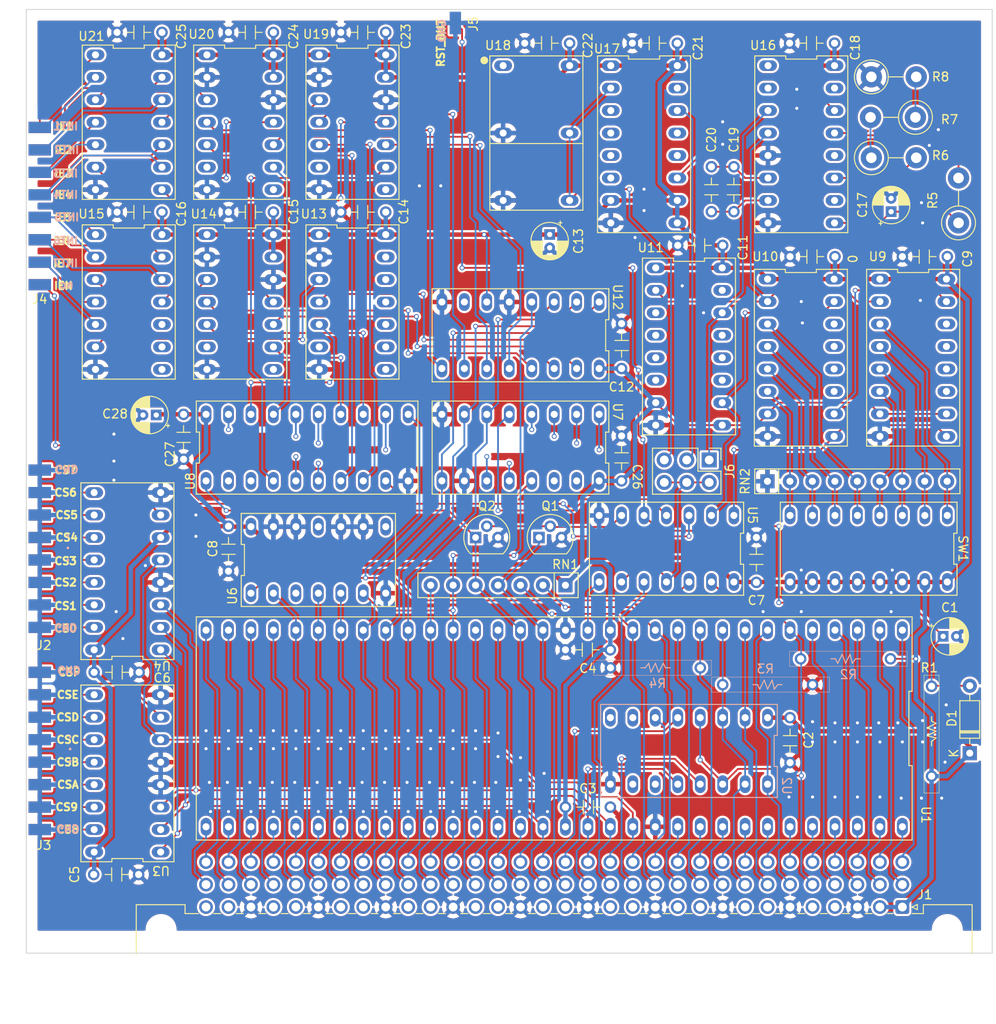
<source format=kicad_pcb>
(kicad_pcb (version 20211014) (generator pcbnew)
  (layers (0 "F.Cu" signal) (31 "B.Cu" signal) (34 "B.Paste" user) (35 "F.Paste" user) (36 "B.SilkS" user "B.Silkscreen") (37 "F.SilkS" user "F.Silkscreen") (38 "B.Mask" user) (39 "F.Mask" user) (44 "Edge.Cuts" user))
  (net 0 "")
  (net 1 "/A19")
  (net 2 "/A17")
  (net 3 "/A15")
  (net 4 "/A13")
  (net 5 "/A8")
  (net 6 "/A7")
  (net 7 "/A6")
  (net 8 "/A5")
  (net 9 "/A4")
  (net 10 "/A3")
  (net 11 "/A2")
  (net 12 "/A1")
  (net 13 "/D0")
  (net 14 "/D1")
  (net 15 "/D2")
  (net 16 "GND")
  (net 17 "/D3")
  (net 18 "/D4")
  (net 19 "/D5")
  (net 20 "/D6")
  (net 21 "/D7")
  (net 22 "/A11")
  (net 23 "/~RD_L")
  (net 24 "/A12")
  (net 25 "/A10")
  (net 26 "/A9")
  (net 27 "/A14")
  (net 28 "/~WR_L")
  (net 29 "/A18")
  (net 30 "/A16")
  (net 31 "+5V")
  (net 32 "/D8")
  (net 33 "/D9")
  (net 34 "/D10")
  (net 35 "/D11")
  (net 36 "/D12")
  (net 37 "/D13")
  (net 38 "/D14")
  (net 39 "/D15")
  (net 40 "/~RD_U")
  (net 41 "/~WR_U")
  (net 42 "/TMP0")
  (net 43 "/TMP1")
  (net 44 "/TMP2")
  (net 45 "/TMP3")
  (net 46 "/TMP4")
  (net 47 "/TMP5")
  (net 48 "/TMP10")
  (net 49 "/TMP11")
  (net 50 "/TMP12")
  (net 51 "/TMP13")
  (net 52 "/TMP14")
  (net 53 "/TMP15")
  (net 54 "/TMP16")
  (net 55 "/~A23")
  (net 56 "/~A22")
  (net 57 "/~A21")
  (net 58 "/~A20")
  (net 59 "/A23")
  (net 60 "/A22")
  (net 61 "/A21")
  (net 62 "/A20")
  (net 63 "/~AS")
  (net 64 "/~UDS")
  (net 65 "/~LDS")
  (net 66 "/~DTACK")
  (net 67 "/~BG")
  (net 68 "/~BGACK")
  (net 69 "/~BR")
  (net 70 "/CLK")
  (net 71 "/~HALT")
  (net 72 "/~RST")
  (net 73 "/~VMA")
  (net 74 "/E")
  (net 75 "/R{slash}~W")
  (net 76 "/~BERR")
  (net 77 "/~IPL2")
  (net 78 "/~IPL1")
  (net 79 "/~IPL0")
  (net 80 "/FC2")
  (net 81 "/FC1")
  (net 82 "/FC0")
  (net 88 "Net-(J2-Pad1)")
  (net 89 "Net-(J2-Pad2)")
  (net 90 "Net-(J2-Pad3)")
  (net 91 "Net-(J2-Pad4)")
  (net 92 "Net-(J2-Pad5)")
  (net 93 "Net-(J2-Pad6)")
  (net 94 "Net-(J2-Pad7)")
  (net 95 "Net-(J2-Pad8)")
  (net 96 "Net-(J3-Pad1)")
  (net 97 "Net-(J3-Pad2)")
  (net 98 "Net-(J3-Pad3)")
  (net 99 "Net-(J3-Pad4)")
  (net 100 "Net-(J3-Pad5)")
  (net 101 "Net-(J3-Pad6)")
  (net 102 "Net-(J3-Pad7)")
  (net 103 "Net-(J3-Pad8)")
  (net 104 "/TMP17")
  (net 105 "/TMP18")
  (net 106 "/TMP19")
  (net 107 "Net-(R6-Pad2)")
  (net 108 "/CLK_PLL")
  (net 109 "/SP7")
  (net 110 "/~IACK")
  (net 112 "/INT1")
  (net 113 "/INT2")
  (net 114 "/~IACK1")
  (net 115 "/~IACK2")
  (net 116 "/PEN1")
  (net 117 "/PEN2")
  (net 118 "/INT3")
  (net 119 "/INT4")
  (net 120 "/~IACK3")
  (net 121 "/~IACK4")
  (net 122 "/PEN3")
  (net 123 "/INT5")
  (net 124 "/INT6")
  (net 125 "/~IACK5")
  (net 126 "/~IACK6")
  (net 127 "/PEN5")
  (net 128 "/PEN6")
  (net 129 "/INT7")
  (net 130 "/~IACK7")
  (net 131 "/PEN7")
  (net 132 "/IEN")
  (net 136 "/IE1")
  (net 137 "/IE2")
  (net 138 "/IE3")
  (net 139 "/IE4")
  (net 140 "/IE5")
  (net 141 "/IE6")
  (net 142 "/IE7")
  (net 143 "/AS")
  (net 144 "/SP6")
  (net 145 "/SP5")
  (net 148 "/SP4")
  (net 149 "/SP3")
  (net 152 "/SP2")
  (net 153 "/SP1")
  (net 154 "/SP0")
  (net 156 "/PEN4")
  (net 157 "/IS7")
  (net 158 "/IS3")
  (net 159 "/IS4")
  (net 160 "/IS6")
  (net 161 "/IS1")
  (net 162 "/IS5")
  (net 163 "/IS2")
  (net 166 "/CLK_OSCI2")
  (net 167 "/CLK_OSCI")
  (net 169 "Net-(C19-Pad1)")
  (net 170 "Net-(C19-Pad2)")
  (net 171 "Net-(R6-Pad1)")
  (net 175 "Net-(U13-Pad3)")
  (net 176 "Net-(U14-Pad3)")
  (net 177 "/CLK_TO_CPU")
  (net 178 "Net-(U14-Pad11)")
  (net 179 "Net-(J6-Pad2)")
  (net 180 "Net-(U10-Pad15)")
  (net 181 "Net-(U5-Pad4)")
  (net 205 "Net-(C1-Pad1)")
  (net 215 "Net-(U19-Pad3)")
  (net 218 "Net-(U19-Pad11)")
  (net 219 "Net-(U20-Pad3)")
  (net 222 "Net-(U20-Pad11)")
  (net 223 "Net-(R5-Pad2)")
  (net 224 "Net-(C17-Pad1)")
  (net 225 "Net-(R7-Pad1)")
  (net 226 "Net-(U10-Pad9)")
  (net 227 "Net-(U10-Pad2)")
  (net 228 "Net-(U10-Pad10)")
  (net 229 "Net-(Q1-Pad2)")
  (net 230 "Net-(U16-Pad14)")
  (footprint "Footpp:DIP-16" (layer "F.Cu") (at 15.24 71.12 90)
    (fp_text reference "U4")
    (fp_text value "74LS138")
  )
  (footprint "Capacitor_THT:CP_Radial_D4.0mm_P1.50mm" (layer "F.Cu") (at 101.6 30.48 90)
    (fp_text reference "C17")
    (fp_text value "C_Polarized")
  )
  (footprint "Footpp:DIP-2_200_ELL" (layer "F.Cu") (at 67.31 80.01 90)
    (fp_text reference "C4")
    (fp_text value "100n")
  )
  (footprint "Footpp:DIP-2_200_ELL" (layer "F.Cu") (at 92.71 35.56 90)
    (fp_text reference "0")
    (fp_text value "100n")
  )
  (footprint "Footpp:DIP-2_200_ELL" (layer "F.Cu") (at 13.97 105.41 -90)
    (fp_text reference "C5")
    (fp_text value "100n")
  )
  (footprint "Footpp:DIP-14" (layer "F.Cu") (at 27.99 20.37 -90)
    (fp_text reference "U20")
    (fp_text value "74HC74")
  )
  (footprint "Footpp:DIP-2_200_ELL" (layer "F.Cu") (at 16.61 10.21 90)
    (fp_text reference "C25")
    (fp_text value "100n")
  )
  (footprint "Package_TO_SOT_THT:TO-92" (layer "F.Cu") (at 61.78 67.31)
    (fp_text reference "Q1")
    (fp_text value "Q_NMOS_DGS")
  )
  (footprint "Footpp:DIP-16" (layer "F.Cu") (at 99.06 68.58 180)
    (fp_text reference "SW1")
    (fp_text value "SW_DIP_x08")
  )
  (footprint "Footpp:DIP-16" (layer "F.Cu") (at 73.66 22.86 -90)
    (fp_text reference "U17")
    (fp_text value "74LS161")
  )
  (footprint "Connector_PinHeader_2.54mm:PinHeader_2x03_P2.54mm_Vertical" (layer "F.Cu") (at 81.026 58.547 -90)
    (fp_text reference "J6")
    (fp_text value "2x03")
  )
  (footprint "Footpp:DIP-16" (layer "F.Cu") (at 59.69 57.15 180)
    (fp_text reference "U7")
    (fp_text value "74LS148")
  )
  (footprint "Resistor_THT:R_Axial_DIN0411_L9.9mm_D3.6mm_P5.08mm_Vertical" (layer "F.Cu") (at 109.22 31.75 90)
    (fp_text reference "R5")
    (fp_text value "R")
  )
  (footprint "Footpp:2x08 finger" (layer "F.Cu") (at 4.062 100.965 180)
    (fp_text reference "J3")
    (fp_text value "2x08")
  )
  (footprint "Footpp:DIP-2_200_ELL" (layer "F.Cu") (at 21.59 55.93 180)
    (fp_text reference "C27")
    (fp_text value "100n")
  )
  (footprint "Footpp:res" (layer "F.Cu") (at 106.172 80.958)
    (fp_text reference "R1")
    (fp_text value "R")
  )
  (footprint "Footpp:DIP-16" (layer "F.Cu") (at 78.74 45.72 -90)
    (fp_text reference "U11")
    (fp_text value "74LS161")
  )
  (footprint "Footpp:DIP-2_200_ELL" (layer "F.Cu") (at 29.21 10.21 90)
    (fp_text reference "C24")
    (fp_text value "100n")
  )
  (footprint "Footpp:2x01 finger" (layer "F.Cu") (at 49.149 8.509 90)
    (fp_text reference "J5")
    (fp_text value "2x01")
  )
  (footprint "Footpp:DIP-14" (layer "F.Cu") (at 27.99 40.69 -90)
    (fp_text reference "U14")
    (fp_text value "74HC74")
  )
  (footprint "Footpp:DIP-2_200_ELL" (layer "F.Cu") (at 80.01 34.29 90)
    (fp_text reference "C11")
    (fp_text value "100n")
  )
  (footprint "Resistor_THT:R_Array_SIP7" (layer "F.Cu") (at 64.77 72.7075 180)
    (fp_text reference "RN1")
    (fp_text value "RN06")
  )
  (footprint "Footpp:DIP-64_875_ELL" (layer "F.Cu") (at 63.5 88.9 180)
    (fp_text reference "U1")
    (fp_text value "68000D")
  )
  (footprint "Footpp:2x08 finger" (layer "F.Cu") (at 4.064 39.37 180)
    (fp_text reference "J4")
    (fp_text value "2x08")
  )
  (footprint "Footpp:DIP-14" (layer "F.Cu") (at 76.2 68.58 180)
    (fp_text reference "U5")
    (fp_text value "74HC14")
  )
  (footprint "Footpp:DIP-16" (layer "F.Cu") (at 59.69 44.45 180)
    (fp_text reference "U12")
    (fp_text value "74LS138")
  )
  (footprint "Footpp:DIP-14" (layer "F.Cu") (at 36.83 69.85)
    (fp_text reference "U6")
    (fp_text value "74LS20")
  )
  (footprint "Footpp:DIP-14" (layer "F.Cu") (at 15.39 40.69 -90)
    (fp_text reference "U15")
    (fp_text value "74LS08")
  )
  (footprint "Diode_THT:D_DO-35_SOD27_P7.62mm_Horizontal" (layer "F.Cu") (at 110.49 91.694 90)
    (fp_text reference "D1")
    (fp_text value "D")
  )
  (footprint "Footpp:2x08 finger" (layer "F.Cu") (at 4.062 78.107 180)
    (fp_text reference "J2")
    (fp_text value "2x08")
  )
  (footprint "Capacitor_THT:CP_Radial_D4.0mm_P1.50mm" (layer "F.Cu") (at 107.481401 78.486)
    (fp_text reference "C1")
    (fp_text value "C_Polarized")
  )
  (footprint "Footpp:DIP-2_200_ELL" (layer "F.Cu") (at 41.91 30.53 90)
    (fp_text reference "C14")
    (fp_text value "100n")
  )
  (footprint "Footpp:DIP-2_200_ELL" (layer "F.Cu") (at 62.704002 11.43 90)
    (fp_text reference "C22")
    (fp_text value "100n")
  )
  (footprint "Footpp:DIP-14" (layer "F.Cu") (at 40.69 40.69 -90)
    (fp_text reference "U13")
    (fp_text value "74HC74")
  )
  (footprint "Footpp:mxo45" (layer "F.Cu") (at 69.054668 20.998 -90)
    (fp_text reference "U18")
    (fp_text value "mxo45")
  )
  (footprint "Footpp:DIP-2_200_ELL" (layer "F.Cu") (at 16.61 30.53 90)
    (fp_text reference "C16")
    (fp_text value "100n")
  )
  (footprint "Footpp:DIP-16" (layer "F.Cu") (at 91.44 22.86 -90)
    (fp_text reference "U16")
    (fp_text value "4046")
  )
  (footprint "Footpp:DIP-2_200_ELL" (layer "F.Cu") (at 81.28 27.94 180)
    (fp_text reference "C20")
    (fp_text value "C")
  )
  (footprint "Footpp:DIP-16" (layer "F.Cu") (at 104.09 46.99 -90)
    (fp_text reference "U9")
    (fp_text value "74LS161")
  )
  (footprint "Resistor_THT:R_Axial_DIN0411_L9.9mm_D3.6mm_P5.08mm_Vertical" (layer "F.Cu") (at 99.36 24.384)
    (fp_text reference "R6")
    (fp_text value "R")
  )
  (footprint "Footpp:DIP-2_200_ELL" (layer "F.Cu") (at 71.12 58.37)
    (fp_text reference "C26")
    (fp_text value "100n")
  )
  (footprint "Footpp:DIP-2_200_ELL" (layer "F.Cu") (at 41.91 10.21 90)
    (fp_text reference "C23")
    (fp_text value "100n")
  )
  (footprint "Footpp:DIP-2_200_ELL" (layer "F.Cu") (at 105.41 35.56 90)
    (fp_text reference "C9")
    (fp_text value "100n")
  )
  (footprint "Footpp:DIP-2_200_ELL" (layer "F.Cu") (at 83.82 27.94 180)
    (fp_text reference "C19")
    (fp_text value "C")
  )
  (footprint "Capacitor_THT:CP_Radial_D4.0mm_P1.50mm" (layer "F.Cu") (at 18.502599 53.467 180)
    (fp_text reference "C28")
    (fp_text value "C_P")
  )
  (footprint "Resistor_THT:R_Axial_DIN0411_L9.9mm_D3.6mm_P5.08mm_Vertical" (layer "F.Cu") (at 104.348 19.812 180)
    (fp_text reference "R7")
    (fp_text value "R")
  )
  (footprint "Footpp:DIP-2_200_ELL" (layer "F.Cu") (at 74.88 11.43 90)
    (fp_text reference "C21")
    (fp_text value "100n")
  )
  (footprint "Footpp:DIP-2_200_ELL" (layer "F.Cu") (at 71.12 45.67)
    (fp_text reference "C12")
    (fp_text value "100n")
  )
  (footprint "Package_TO_SOT_THT:TO-92" (layer "F.Cu") (at 54.61 67.31)
    (fp_text reference "Q2")
    (fp_text value "Q_NMOS_DGS")
  )
  (footprint "Footpp:DIP-2_200_ELL" (layer "F.Cu") (at 92.66 11.43 90)
    (fp_text reference "C18")
    (fp_text value "100n")
  )
  (footprint "Footpp:DIP-20" (layer "F.Cu") (at 35.56 57.15)
    (fp_text reference "U8")
    (fp_text value "74HC273")
  )
  (footprint "Footpp:DIP-2_200_ELL" (layer "F.Cu") (at 26.67 68.58 180)
    (fp_text reference "C8")
    (fp_text value "100n")
  )
  (footprint "Footpp:DIP-14" (layer "F.Cu") (at 15.39 20.37 -90)
    (fp_text reference "U21")
    (fp_text value "74LS08")
  )
  (footprint "Footpp:DIP-16" (layer "F.Cu") (at 15.24 93.98 90)
    (fp_text reference "U3")
    (fp_text value "74LS138")
  )
  (footprint "Resistor_THT:R_Axial_DIN0411_L9.9mm_D3.6mm_P5.08mm_Vertical" (layer "F.Cu") (at 99.36 15.24)
    (fp_text reference "R8")
    (fp_text value "R")
  )
  (footprint "Capacitor_THT:CP_Radial_D4.0mm_P1.50mm" (layer "F.Cu") (at 62.992 33.059401 -90)
    (fp_text reference "C13")
    (fp_text value "C_P")
  )
  (footprint "Footpp:DIP-16" (layer "F.Cu") (at 91.39 46.99 -90)
    (fp_text reference "U10")
    (fp_text value "74LS161")
  )
  (footprint "Footpp:DIP-14" (layer "F.Cu") (at 40.69 20.37 -90)
    (fp_text reference "U19")
    (fp_text value "74HC74")
  )
  (footprint "Footpp:DIP-2_200_ELL" (layer "F.Cu") (at 29.21 30.53 90)
    (fp_text reference "C15")
    (fp_text value "100n")
  )
  (footprint "Footpp:DIP-2_200_ELL" (layer "F.Cu") (at 67.31 97.79 -90)
    (fp_text reference "C3")
    (fp_text value "100n")
  )
  (footprint "Connector_DIN:DIN41612_R_3x32_Male_Horizontal_THT" (layer "F.Cu") (at 102.87 109.087 180)
    (fp_text reference "J1")
    (fp_text value "3x32")
  )
  (footprint "Footpp:DIP-2_200_ELL" (layer "F.Cu") (at 86.36 69.85)
    (fp_text reference "C7")
    (fp_text value "100n")
  )
  (footprint "Resistor_THT:R_Array_SIP9" (layer "F.Cu") (at 87.615 60.96)
    (fp_text reference "RN2")
    (fp_text value "R_Network08")
  )
  (footprint "Footpp:DIP-2_200_ELL" (layer "F.Cu") (at 14.02 82.55 -90)
    (fp_text reference "C6")
    (fp_text value "100n")
  )
  (footprint "Footpp:DIP-2_200_ELL" (layer "F.Cu") (at 90.17 90.22 180)
    (fp_text reference "C2")
    (fp_text value "100n")
  )
  (footprint "Footpp:res" (layer "B.Cu") (at 88.1915 81.026 -90)
    (fp_text reference "R2")
    (fp_text value "R")
  )
  (footprint "Footpp:res" (layer "B.Cu") (at 83.1995 82.042 90)
    (fp_text reference "R4")
    (fp_text value "R")
  )
  (footprint "Footpp:DIP-16" (layer "B.Cu") (at 78.74 91.44 180)
    (fp_text reference "U2")
    (fp_text value "74LS139")
  )
  (footprint "Footpp:res" (layer "B.Cu") (at 79.375 83.947 -90)
    (fp_text reference "R3")
    (fp_text value "R")
  )
  (gr_rect (start 3.81 7.62) (end 113.03 114.3) (layer "Edge.Cuts") (width 0.1) (fill none))
  (gr_text "GND" (at 50.8 10.033 90) (layer "B.SilkS") (effects (font (size 0.85 0.85) (thickness 0.2125)) (justify mirror)))
  (gr_text ".\n.\n." (at 8.509 68.834 180) (layer "B.SilkS") (effects (font (size 0.85 0.85) (thickness 0.2125)) (justify mirror)))
  (gr_text "INT4" (at 8.255 28.575) (layer "B.SilkS") (effects (font (size 0.85 0.85) (thickness 0.2125)) (justify mirror)))
  (gr_text "INT2" (at 8.382 23.495) (layer "B.SilkS") (effects (font (size 0.85 0.85) (thickness 0.2125)) (justify mirror)))
  (gr_text "GND" (at 8.382 59.563 180) (layer "B.SilkS") (effects (font (size 0.85 0.85) (thickness 0.2125)) (justify mirror)))
  (gr_text ".\n.\n." (at 8.763 91.567 180) (layer "B.SilkS") (effects (font (size 0.85 0.85) (thickness 0.2125)) (justify mirror)))
  (gr_text "INT3" (at 8.255 26.162) (layer "B.SilkS") (effects (font (size 0.85 0.85) (thickness 0.2125)) (justify mirror)))
  (gr_text "INT7" (at 8.255 36.322) (layer "B.SilkS") (effects (font (size 0.85 0.85) (thickness 0.2125)) (justify mirror)))
  (gr_text "GND" (at 8.636 82.296 180) (layer "B.SilkS") (effects (font (size 0.85 0.85) (thickness 0.2125)) (justify mirror)))
  (gr_text "INT5" (at 8.382 31.115) (layer "B.SilkS") (effects (font (size 0.85 0.85) (thickness 0.2125)) (justify mirror)))
  (gr_text "INT6" (at 8.255 33.782) (layer "B.SilkS") (effects (font (size 0.85 0.85) (thickness 0.2125)) (justify mirror)))
  (gr_text "INT1" (at 8.255 20.828) (layer "B.SilkS") (effects (font (size 0.85 0.85) (thickness 0.2125)) (justify mirror)))
  (gr_text "GND" (at 8.255 77.47 180) (layer "B.SilkS") (effects (font (size 0.85 0.85) (thickness 0.2125)) (justify mirror)))
  (gr_text "nc" (at 8.382 38.735) (layer "B.SilkS") (effects (font (size 0.85 0.85) (thickness 0.2125)) (justify mirror)))
  (gr_text "GND" (at 8.509 100.203 180) (layer "B.SilkS") (effects (font (size 0.85 0.85) (thickness 0.2125)) (justify mirror)))
  (gr_text "IE6" (at 7.874 33.782) (layer "F.SilkS") (effects (font (size 0.85 0.85) (thickness 0.2125))))
  (gr_text "CS3" (at 8.255 69.977) (layer "F.SilkS") (effects (font (size 0.85 0.85) (thickness 0.2125))))
  (gr_text "CS8" (at 8.509 100.33) (layer "F.SilkS") (effects (font (size 0.85 0.85) (thickness 0.2125))))
  (gr_text "IEN" (at 8.001 38.862) (layer "F.SilkS") (effects (font (size 0.85 0.85) (thickness 0.2125))))
  (gr_text "IE5" (at 8.001 31.115) (layer "F.SilkS") (effects (font (size 0.85 0.85) (thickness 0.2125))))
  (gr_text "CS6" (at 8.255 62.23) (layer "F.SilkS") (effects (font (size 0.85 0.85) (thickness 0.2125))))
  (gr_text "CSC" (at 8.509 90.17) (layer "F.SilkS") (effects (font (size 0.85 0.85) (thickness 0.2125))))
  (gr_text "CSD" (at 8.509 87.63) (layer "F.SilkS") (effects (font (size 0.85 0.85) (thickness 0.2125))))
  (gr_text "CSF" (at 8.636 82.55) (layer "F.SilkS") (effects (font (size 0.85 0.85) (thickness 0.2125))))
  (gr_text "IE3" (at 8.001 26.162) (layer "F.SilkS") (effects (font (size 0.85 0.85) (thickness 0.2125))))
  (gr_text "IE4" (at 8.001 28.575) (layer "F.SilkS") (effects (font (size 0.85 0.85) (thickness 0.2125))))
  (gr_text "IE1" (at 8.128 20.828) (layer "F.SilkS") (effects (font (size 0.85 0.85) (thickness 0.2125))))
  (gr_text "CS7" (at 8.255 59.69) (layer "F.SilkS") (effects (font (size 0.85 0.85) (thickness 0.2125))))
  (gr_text "CSE" (at 8.509 85.09) (layer "F.SilkS") (effects (font (size 0.85 0.85) (thickness 0.2125))))
  (gr_text "IE2" (at 8.001 23.495) (layer "F.SilkS") (effects (font (size 0.85 0.85) (thickness 0.2125))))
  (gr_text "IE7" (at 7.874 36.322) (layer "F.SilkS") (effects (font (size 0.85 0.85) (thickness 0.2125))))
  (gr_text "CS1" (at 8.255 75.057) (layer "F.SilkS") (effects (font (size 0.85 0.85) (thickness 0.2125))))
  (gr_text "CS2" (at 8.255 72.39) (layer "F.SilkS") (effects (font (size 0.85 0.85) (thickness 0.2125))))
  (gr_text "CS5" (at 8.382 64.77) (layer "F.SilkS") (effects (font (size 0.85 0.85) (thickness 0.2125))))
  (gr_text "RST_BUT" (at 50.673 11.43 90) (layer "F.SilkS") (effects (font (size 0.85 0.85) (thickness 0.2125))))
  (gr_text "CSA" (at 8.509 95.25) (layer "F.SilkS") (effects (font (size 0.85 0.85) (thickness 0.2125))))
  (gr_text "CS9" (at 8.382 97.79) (layer "F.SilkS") (effects (font (size 0.85 0.85) (thickness 0.2125))))
  (gr_text "CSB" (at 8.509 92.71) (layer "F.SilkS") (effects (font (size 0.85 0.85) (thickness 0.2125))))
  (gr_text "CS4" (at 8.382 67.31) (layer "F.SilkS") (effects (font (size 0.85 0.85) (thickness 0.2125))))
  (gr_text "CS0" (at 8.255 77.597) (layer "F.SilkS") (effects (font (size 0.85 0.85) (thickness 0.2125))))
  (segment (start 58.42 102.749) (end 59.69 101.479) (width 0.2) (layer "B.Cu") (net 1))
  (segment (start 59.69 101.479) (end 59.69 99.8915) (width 0.2) (layer "B.Cu") (net 1))
  (segment (start 58.42 105.156) (end 58.42 102.749) (width 0.2) (layer "B.Cu") (net 1))
  (segment (start 59.69 106.426) (end 58.42 105.156) (width 0.2) (layer "B.Cu") (net 1))
  (segment (start 53.34 102.749) (end 54.61 101.479) (width 0.2) (layer "B.Cu") (net 2))
  (segment (start 53.34 105.156) (end 53.34 102.749) (width 0.2) (layer "B.Cu") (net 2))
  (segment (start 54.61 106.426) (end 53.34 105.156) (width 0.2) (layer "B.Cu") (net 2))
  (segment (start 54.61 101.479) (end 54.61 99.8915) (width 0.2) (layer "B.Cu") (net 2))
  (segment (start 48.26 105.156) (end 48.26 102.749) (width 0.2) (layer "B.Cu") (net 3))
  (segment (start 48.26 102.749) (end 49.53 101.479) (width 0.2) (layer "B.Cu") (net 3))
  (segment (start 49.53 106.426) (end 48.26 105.156) (width 0.2) (layer "B.Cu") (net 3))
  (segment (start 49.53 101.479) (end 49.53 99.8915) (width 0.2) (layer "B.Cu") (net 3))
  (segment (start 43.18 105.156) (end 43.18 102.749) (width 0.2) (layer "B.Cu") (net 4))
  (segment (start 44.45 106.426) (end 43.18 105.156) (width 0.2) (layer "B.Cu") (net 4))
  (segment (start 43.18 102.749) (end 44.45 101.479) (width 0.2) (layer "B.Cu") (net 4))
  (segment (start 44.45 101.479) (end 44.45 99.8915) (width 0.2) (layer "B.Cu") (net 4))
  (segment (start 30.48 102.749) (end 31.75 101.479) (width 0.2) (layer "B.Cu") (net 5))
  (segment (start 31.75 106.426) (end 30.48 105.156) (width 0.2) (layer "B.Cu") (net 5))
  (segment (start 30.48 105.156) (end 30.48 102.749) (width 0.2) (layer "B.Cu") (net 5))
  (segment (start 31.75 101.479) (end 31.75 99.8915) (width 0.2) (layer "B.Cu") (net 5))
  (segment (start 27.94 105.156) (end 27.94 102.749) (width 0.2) (layer "B.Cu") (net 6))
  (segment (start 29.21 101.479) (end 29.21 99.8915) (width 0.2) (layer "B.Cu") (net 6))
  (segment (start 29.21 106.426) (end 27.94 105.156) (width 0.2) (layer "B.Cu") (net 6))
  (segment (start 27.94 102.749) (end 29.21 101.479) (width 0.2) (layer "B.Cu") (net 6))
  (segment (start 26.67 101.479) (end 26.67 99.8915) (width 0.2) (layer "B.Cu") (net 7))
  (segment (start 25.4 102.749) (end 26.67 101.479) (width 0.2) (layer "B.Cu") (net 7))
  (segment (start 25.4 105.156) (end 25.4 102.749) (width 0.2) (layer "B.Cu") (net 7))
  (segment (start 26.67 106.426) (end 25.4 105.156) (width 0.2) (layer "B.Cu") (net 7))
  (segment (start 22.86 102.749) (end 24.13 101.479) (width 0.2) (layer "B.Cu") (net 8))
  (segment (start 22.86 105.156) (end 22.86 102.749) (width 0.2) (layer "B.Cu") (net 8))
  (segment (start 24.13 106.426) (end 22.86 105.156) (width 0.2) (layer "B.Cu") (net 8))
  (segment (start 24.13 101.479) (end 24.13 99.8915) (width 0.2) (layer "B.Cu") (net 8))
  (segment (start 25.4 101.733) (end 25.4 84.5185) (width 0.2) (layer "B.Cu") (net 9))
  (segment (start 24.13 103.886) (end 24.13 103.003) (width 0.2) (layer "B.Cu") (net 9))
  (segment (start 24.13 103.003) (end 25.4 101.733) (width 0.2) (layer "B.Cu") (net 9))
  (segment (start 25.4 84.5185) (end 24.13 83.2485) (width 0.2) (layer "B.Cu") (net 9))
  (segment (start 24.13 83.2485) (end 24.13 77.724) (width 0.2) (layer "B.Cu") (net 9))
  (segment (start 26.67 83.2485) (end 26.67 77.724) (width 0.2) (layer "B.Cu") (net 10))
  (segment (start 26.668594 103.126721) (end 27.94 101.855316) (width 0.2) (layer "B.Cu") (net 10))
  (segment (start 27.94 101.855316) (end 27.94 84.5185) (width 0.2) (layer "B.Cu") (net 10))
  (segment (start 27.94 84.5185) (end 26.67 83.2485) (width 0.2) (layer "B.Cu") (net 10))
  (segment (start 26.668594 104.009721) (end 26.668594 103.126721) (width 0.2) (layer "B.Cu") (net 10))
  (segment (start 30.48 84.5185) (end 29.21 83.2485) (width 0.2) (layer "B.Cu") (net 11))
  (segment (start 29.21 103.003) (end 30.48 101.733) (width 0.2) (layer "B.Cu") (net 11))
  (segment (start 30.48 101.733) (end 30.48 84.5185) (width 0.2) (layer "B.Cu") (net 11))
  (segment (start 29.21 83.2485) (end 29.21 77.724) (width 0.2) (layer "B.Cu") (net 11))
  (segment (start 29.21 103.886) (end 29.21 103.003) (width 0.2) (layer "B.Cu") (net 11))
  (segment (start 31.748594 103.126721) (end 33.02 101.855316) (width 0.2) (layer "B.Cu") (net 12))
  (segment (start 33.02 84.5185) (end 31.75 83.2485) (width 0.2) (layer "B.Cu") (net 12))
  (segment (start 31.748594 104.009721) (end 31.748594 103.126721) (width 0.2) (layer "B.Cu") (net 12))
  (segment (start 31.75 83.2485) (end 31.75 77.724) (width 0.2) (layer "B.Cu") (net 12))
  (segment (start 33.02 84.5185) (end 33.02 101.855316) (width 0.2) (layer "B.Cu") (net 12))
  (segment (start 93.98 101.855316) (end 93.98 82.804) (width 0.2) (layer "B.Cu") (net 13))
  (segment (start 92.708594 104.009721) (end 92.708594 103.126721) (width 0.2) (layer "B.Cu") (net 13))
  (segment (start 92.71 81.534) (end 92.71 77.724) (width 0.2) (layer "B.Cu") (net 13))
  (segment (start 93.98 82.804) (end 92.71 81.534) (width 0.2) (layer "B.Cu") (net 13))
  (segment (start 92.708594 103.126721) (end 93.98 101.855316) (width 0.2) (layer "B.Cu") (net 13))
  (segment (start 96.52 101.733) (end 96.52 79.0575) (width 0.2) (layer "B.Cu") (net 14))
  (segment (start 95.25 103.003) (end 96.52 101.733) (width 0.2) (layer "B.Cu") (net 14))
  (segment (start 96.52 79.0575) (end 95.25 77.7875) (width 0.2) (layer "B.Cu") (net 14))
  (segment (start 95.25 103.886) (end 95.25 103.003) (width 0.2) (layer "B.Cu") (net 14))
  (segment (start 99.06 84.5185) (end 99.06 101.976316) (width 0.2) (layer "B.Cu") (net 15))
  (segment (start 97.788594 103.247721) (end 99.06 101.976316) (width 0.2) (layer "B.Cu") (net 15))
  (segment (start 97.79 83.2485) (end 99.06 84.5185) (width 0.2) (layer "B.Cu") (net 15))
  (segment (start 97.79 77.724) (end 97.79 83.2485) (width 0.2) (layer "B.Cu") (net 15))
  (segment (start 97.788594 104.130721) (end 97.788594 103.247721) (width 0.2) (layer "B.Cu") (net 15))
  (via (at 73.66 30.353) (size 0.55) (drill 0.35) (layers "F.Cu" "B.Cu") (net 16))
  (via (at 39.37 98.298) (size 0.55) (drill 0.35) (layers "F.Cu" "B.Cu") (net 16))
  (via (at 73.66 27.94) (size 0.55) (drill 0.35) (layers "F.Cu" "B.Cu") (net 16))
  (via (at 36.703 94.996) (size 0.55) (drill 0.35) (layers "F.Cu" "B.Cu") (net 16))
  (via (at 31.747128 91.182138) (size 0.55) (drill 0.35) (layers "F.Cu" "B.Cu") (net 16))
  (via (at 90.932 18.796) (size 0.55) (drill 0.35) (layers "F.Cu" "B.Cu") (net 16))
  (via (at 31.747128 89.150138) (size 0.55) (drill 0.35) (layers "F.Cu" "B.Cu") (net 16))
  (via (at 97.79 96.647) (size 0.55) (drill 0.35) (layers "F.Cu" "B.Cu") (net 16))
  (via (at 17.272 70.485) (size 0.55) (drill 0.35) (layers "F.Cu" "B.Cu") (net 16))
  (via (at 100.203 88.265) (size 0.55) (drill 0.35) (layers "F.Cu" "B.Cu") (net 16))
  (via (at 92.71 88.138) (size 0.55) (drill 0.35) (layers "F.Cu" "B.Cu") (net 16))
  (via (at 82.55 22.86) (size 0.55) (drill 0.35) (layers "F.Cu" "B.Cu") (net 16))
  (via (at 34.29 89.154) (size 0.55) (drill 0.35) (layers "F.Cu" "B.Cu") (net 16))
  (via (at 54.61 91.186) (size 0.55) (drill 0.35) (layers "F.Cu" "B.Cu") (net 16))
  (via (at 34.163 94.996) (size 0.55) (drill 0.35) (layers "F.Cu" "B.Cu") (net 16))
  (via (at 59.69 94.742) (size 0.55) (drill 0.35) (layers "F.Cu" "B.Cu") (net 16))
  (via (at 105.156 88.011) (size 0.55) (drill 0.35) (layers "F.Cu" "B.Cu") (net 16))
  (via (at 59.69 92.202) (size 0.55) (drill 0.35) (layers "F.Cu" "B.Cu") (net 16))
  (via (at 41.91 98.298) (size 0.55) (drill 0.35) (layers "F.Cu" "B.Cu") (net 16))
  (via (at 57.023 98.298) (size 0.55) (drill 0.35) (layers "F.Cu" "B.Cu") (net 16))
  (via (at 13.716 55.626) (size 0.55) (drill 0.35) (layers "F.Cu" "B.Cu") (net 16))
  (via (at 77.978 38.862) (size 0.55) (drill 0.35) (layers "F.Cu" "B.Cu") (net 16))
  (via (at 48.26 27.559) (size 0.55) (drill 0.35) (layers "F.Cu" "B.Cu") (net 16))
  (via (at 105.029 96.774) (size 0.55) (drill 0.35) (layers "F.Cu" "B.Cu") (net 16))
  (via (at 39.367128 89.150138) (size 0.55) (drill 0.35) (layers "F.Cu" "B.Cu") (net 16))
  (via (at 29.21 98.298) (size 0.55) (drill 0.35) (layers "F.Cu" "B.Cu") (net 16))
  (via (at 52.067128 89.150138) (size 0.55) (drill 0.35) (layers "F.Cu" "B.Cu") (net 16))
  (via (at 36.83 89.154) (size 0.55) (drill 0.35) (layers "F.Cu" "B.Cu") (net 16))
  (via (at 62.357 93.98) (size 0.55) (drill 0.35) (layers "F.Cu" "B.Cu") (net 16))
  (via (at 80.391 41.91) (size 0.55) (drill 0.35) (layers "F.Cu" "B.Cu") (net 16))
  (via (at 95.25 88.265) (size 0.55) (drill 0.35) (layers "F.Cu" "B.Cu") (net 16))
  (via (at 46.99 91.186) (size 0.55) (drill 0.35) (layers "F.Cu" "B.Cu") (net 16))
  (via (at 24.13 91.186) (size 0.55) (drill 0.35) (layers "F.Cu" "B.Cu") (net 16))
  (via (at 34.29 91.186) (size 0.55) (drill 0.35) (layers "F.Cu" "B.Cu") (net 16))
  (via (at 54.61 98.298) (size 0.55) (drill 0.35) (layers "F.Cu" "B.Cu") (net 16))
  (via (at 100.33 90.424) (size 0.55) (drill 0.35) (layers "F.Cu" "B.Cu") (net 16))
  (via (at 34.29 98.298) (size 0.55) (drill 0.35) (layers "F.Cu" "B.Cu") (net 16))
  (via (at 22.987 64.77) (size 0.55) (drill 0.35) (layers "F.Cu" "B.Cu") (net 16))
  (via (at 26.543 94.996) (size 0.55) (drill 0.35) (layers "F.Cu" "B.Cu") (net 16))
  (via (at 31.623 94.996) (size 0.55) (drill 0.35) (layers "F.Cu" "B.Cu") (net 16))
  (via (at 41.907128 89.150138) (size 0.55) (drill 0.35) (layers "F.Cu" "B.Cu") (net 16))
  (via (at 62.738 98.298) (size 0.55) (drill 0.35) (layers "F.Cu" "B.Cu") (net 16))
  (via (at 92.71 96.647) (size 0.55) (drill 0.35) (layers "F.Cu" "B.Cu") (net 16))
  (via (at 59.563 98.298) (size 0.55) (drill 0.35) (layers "F.Cu" "B.Cu") (net 16))
  (via (at 90.043 96.647) (size 0.55) (drill 0.35) (layers "F.Cu" "B.Cu") (net 16))
  (via (at 36.83 91.186) (size 0.55) (drill 0.35) (layers "F.Cu" "B.Cu") (net 16))
  (via (at 57.15 89.408) (size 0.55) (drill 0.35) (layers "F.Cu" "B.Cu") (net 16))
  (via (at 102.87 90.424) (size 0.55) (drill 0.35) (layers "F.Cu" "B.Cu") (net 16))
  (via (at 105.918 22.987) (size 0.55) (drill 0.35) (layers "F.Cu" "B.Cu") (net 16))
  (via (at 22.987 67.183) (size 0.55) (drill 0.35) (layers "F.Cu" "B.Cu") (net 16))
  (via (at 49.53 98.298) (size 0.55) (drill 0.35) (layers "F.Cu" "B.Cu") (net 16))
  (via (at 87.122 75.692) (size 0.55) (drill 0.35) (layers "F.Cu" "B.Cu") (net 16))
  (via (at 72.644 33.401) (size 0.55) (drill 0.35) (layers "F.Cu" "B.Cu") (net 16))
  (via (at 107.696 92.71) (size 0.55) (drill 0.35) (layers "F.Cu" "B.Cu") (net 16))
  (via (at 46.99 98.298) (size 0.55) (drill 0.35) (layers "F.Cu" "B.Cu") (net 16))
  (via (at 29.207128 89.150138) (size 0.55) (drill 0.35) (layers "F.Cu" "B.Cu") (net 16))
  (via (at 13.716 58.674) (size 0.55) (drill 0.35) (layers "F.Cu" "B.Cu") (net 16))
  (via (at 107.315 96.774) (size 0.55) (drill 0.35) (layers "F.Cu" "B.Cu") (net 16))
  (via (at 91.44 40.64) (size 0.55) (drill 0.35) (layers "F.Cu" "B.Cu") (net 16))
  (via (at 29.207128 91.182138) (size 0.55) (drill 0.35) (layers "F.Cu" "B.Cu") (net 16))
  (via (at 90.932 16.637) (size 0.55) (drill 0.35) (layers "F.Cu" "B.Cu") (net 16))
  (via (at 82.55 20.32) (size 0.55) (drill 0.35) (layers "F.Cu" "B.Cu") (net 16))
  (via (at 100.33 96.647) (size 0.55) (drill 0.35) (layers "F.Cu" "B.Cu") (net 16))
  (via (at 46.99 89.154) (size 0.55) (drill 0.35) (layers "F.Cu" "B.Cu") (net 16))
  (via (at 101.6 73.533) (size 0.55) (drill 0.35) (layers "F.Cu" "B.Cu") (net 16))
  (via (at 105.029 29.464) (size 0.55) (drill 0.35) (layers "F.Cu" "B.Cu") (net 16))
  (via (at 24.638 98.298) (size 0.55) (drill 0.35) (layers "F.Cu" "B.Cu") (net 16))
  (via (at 13.97 75.692) (size 0.55) (drill 0.35) (layers "F.Cu" "B.Cu") (net 16))
  (via (at 52.07 98.298) (size 0.55) (drill 0.35) (layers "F.Cu" "B.Cu") (net 16))
  (via (at 102.362 88.265) (size 0.55) (drill 0.35) (layers "F.Cu" "B.Cu") (net 16))
  (via (at 104.902 40.513) (size 0.55) (drill 0.35) (layers "F.Cu" "B.Cu") (net 16))
  (via (at 14.732 78.74) (size 0.55) (drill 0.35) (layers "F.Cu" "B.Cu") (net 16))
  (via (at 105.156 31.75) (size 0.55) (drill 0.35) (layers "F.Cu" "B.Cu") (net 16))
  (via (at 26.67 98.298) (size 0.55) (drill 0.35) (layers "F.Cu" "B.Cu") (net 16))
  (via (at 92.71 90.424) (size 0.55) (drill 0.35) (layers "F.Cu" "B.Cu") (net 16))
  (via (at 49.527128 91.182138) (size 0.55) (drill 0.35) (layers "F.Cu" "B.Cu") (net 16))
  (via (at 101.727 70.993) (size 0.55) (drill 0.35) (layers "F.Cu" "B.Cu") (net 16))
  (via (at 95.25 96.647) (size 0.55) (drill 0.35) (layers "F.Cu" "B.Cu") (net 16))
  (via (at 101.6 75.692) (size 0.55) (drill 0.35) (layers "F.Cu" "B.Cu") (net 16))
  (via (at 49.403 94.996) (size 0.55) (drill 0.35) (layers "F.Cu" "B.Cu") (net 16))
  (via (at 26.67 91.186) (size 0.55) (drill 0.35) (layers "F.Cu" "B.Cu") (net 16))
  (via (at 29.083 94.996) (size 0.55) (drill 0.35) (layers "F.Cu" "B.Cu") (net 16))
  (via (at 39.367128 91.182138) (size 0.55) (drill 0.35) (layers "F.Cu" "B.Cu") (net 16))
  (via (at 54.61 89.154) (size 0.55) (drill 0.35) (layers "F.Cu" "B.Cu") (net 16))
  (via (at 36.83 98.298) (size 0.55) (drill 0.35) (layers "F.Cu" "B.Cu") (net 16))
  (via (at 31.75 98.298) (size 0.55) (drill 0.35) (layers "F.Cu" "B.Cu") (net 16))
  (via (at 102.743 96.774) (size 0.55) (drill 0.35) (layers "F.Cu" "B.Cu") (net 16))
  (via (at 41.907128 91.182138) (size 0.55) (drill 0.35) (layers "F.Cu" "B.Cu") (net 16))
  (via (at 24.511 94.996) (size 0.55) (drill 0.35) (layers "F.Cu" "B.Cu") (net 16))
  (via (at 13.716 60.833) (size 0.55) (drill 0.35) (layers "F.Cu" "B.Cu") (net 16))
  (via (at 49.527128 89.150138) (size 0.55) (drill 0.35) (layers "F.Cu" "B.Cu") (net 16))
  (via (at 56.896 94.996) (size 0.55) (drill 0.35) (layers "F.Cu" "B.Cu") (net 16))
  (via (at 91.44 70.993) (size 0.55) (drill 0.35) (layers "F.Cu" "B.Cu") (net 16))
  (via (at 44.45 89.154) (size 0.55) (drill 0.35) (layers "F.Cu" "B.Cu") (net 16))
  (via (at 39.243 94.996) (size 0.55) (drill 0.35) (layers "F.Cu" "B.Cu") (net 16))
  (via (at 51.943 94.996) (size 0.55) (drill 0.35) (layers "F.Cu" "B.Cu") (net 16))
  (via (at 52.067128 91.182138) (size 0.55) (drill 0.35) (layers "F.Cu" "B.Cu") (net 16))
  (via (at 44.45 91.186) (size 0.55) (drill 0.35) (layers "F.Cu" "B.Cu") (net 16))
  (via (at 50.673 27.559) (size 0.55) (drill 0.35) (layers "F.Cu" "B.Cu") (net 16))
  (via (at 46.863 94.996) (size 0.55) (drill 0.35) (layers "F.Cu" "B.Cu") (net 16))
  (via (at 107.823 86.233) (size 0.55) (drill 0.35) (layers "F.Cu" "B.Cu") (net 16))
  (via (at 57.15 92.075) (size 0.55) (drill 0.35) (layers "F.Cu" "B.Cu") (net 16))
  (via (at 97.79 88.265) (size 0.55) (drill 0.35) (layers "F.Cu" "B.Cu") (net 16))
  (via (at 97.79 90.424) (size 0.55) (drill 0.35) (layers "F.Cu" "B.Cu") (net 16))
  (via (at 44.323 94.996) (size 0.55) (drill 0.35) (layers "F.Cu" "B.Cu") (net 16))
  (via (at 106.934 21.209) (size 0.55) (drill 0.35) (layers "F.Cu" "B.Cu") (net 16))
  (via (at 54.483 94.996) (size 0.55) (drill 0.35) (layers "F.Cu" "B.Cu") (net 16))
  (via (at 91.44 73.533) (size 0.55) (drill 0.35) (layers "F.Cu" "B.Cu") (net 16))
  (via (at 91.567 43.053) (size 0.55) (drill 0.35) (layers "F.Cu" "B.Cu") (net 16))
  (via (at 91.44 75.692) (size 0.55) (drill 0.35) (layers "F.Cu" "B.Cu") (net 16))
  (via (at 41.783 94.996) (size 0.55) (drill 0.35) (layers "F.Cu" "B.Cu") (net 16))
  (via (at 26.67 89.154) (size 0.55) (drill 0.35) (layers "F.Cu" "B.Cu") (net 16))
  (via (at 24.13 89.154) (size 0.55) (drill 0.35) (layers "F.Cu" "B.Cu") (net 16))
  (via (at 95.25 90.424) (size 0.55) (drill 0.35) (layers "F.Cu" "B.Cu") (net 16))
  (via (at 105.156 90.424) (size 0.55) (drill 0.35) (layers "F.Cu" "B.Cu") (net 16))
  (via (at 44.45 98.298) (size 0.55) (drill 0.35) (layers "F.Cu" "B.Cu") (net 16))
  (segment (start 52.324 9.144) (end 52.578 9.144) (width 0.2) (layer "B.Cu") (net 16))
  (segment (start 100.33 83.2485) (end 100.33 77.724) (width 0.2) (layer "B.Cu") (net 17))
  (segment (start 101.6 84.5185) (end 100.33 83.2485) (width 0.2) (layer "B.Cu") (net 17))
  (segment (start 100.33 103.124) (end 101.6 101.854) (width 0.2) (layer "B.Cu") (net 17))
  (segment (start 101.6 101.854) (end 101.6 84.5185) (width 0.2) (layer "B.Cu") (net 17))
  (segment (start 100.33 104.007) (end 100.33 103.124) (width 0.2) (layer "B.Cu") (net 17))
  (segment (start 104.14 88.9) (end 104.14 101.987) (width 0.2) (layer "B.Cu") (net 18))
  (segment (start 102.87 103.257) (end 102.87 104.14) (width 0.2) (layer "B.Cu") (net 18))
  (segment (start 104.14 101.987) (end 102.87 103.257) (width 0.2) (layer "B.Cu") (net 18))
  (segment (start 102.87 77.7875) (end 102.87 87.63) (width 0.2) (layer "B.Cu") (net 18))
  (segment (start 102.87 87.63) (end 104.14 88.9) (width 0.2) (layer "B.Cu") (net 18))
  (segment (start 101.6 102.87) (end 102.87 101.6) (width 0.2) (layer "B.Cu") (net 19))
  (segment (start 102.87 101.6) (end 102.87 100.0125) (width 0.2) (layer "B.Cu") (net 19))
  (segment (start 102.87 106.547) (end 101.6 105.277) (width 0.2) (layer "B.Cu") (net 19))
  (segment (start 101.6 105.277) (end 101.6 102.87) (width 0.2) (layer "B.Cu") (net 19))
  (segment (start 99.06 105.277) (end 99.06 102.87) (width 0.2) (layer "B.Cu") (net 20))
  (segment (start 99.06 102.87) (end 100.33 101.6) (width 0.2) (layer "B.Cu") (net 20))
  (segment (start 100.33 101.6) (end 100.33 100.0125) (width 0.2) (layer "B.Cu") (net 20))
  (segment (start 100.33 106.547) (end 99.06 105.277) (width 0.2) (layer "B.Cu") (net 20))
  (segment (start 97.79 101.479) (end 97.79 99.8915) (width 0.2) (layer "B.Cu") (net 21))
  (segment (start 96.52 105.156) (end 96.52 102.749) (width 0.2) (layer "B.Cu") (net 21))
  (segment (start 96.52 102.749) (end 97.79 101.479) (width 0.2) (layer "B.Cu") (net 21))
  (segment (start 97.79 106.426) (end 96.52 105.156) (width 0.2) (layer "B.Cu") (net 21))
  (segment (start 38.1 105.156) (end 38.1 102.749) (width 0.2) (layer "B.Cu") (net 22))
  (segment (start 39.37 106.426) (end 38.1 105.156) (width 0.2) (layer "B.Cu") (net 22))
  (segment (start 38.1 102.749) (end 39.37 101.479) (width 0.2) (layer "B.Cu") (net 22))
  (segment (start 39.37 101.479) (end 39.37 99.8915) (width 0.2) (layer "B.Cu") (net 22))
  (segment (start 74.93 106.547) (end 73.66 105.277) (width 0.2) (layer "B.Cu") (net 23))
  (segment (start 75.946 100.711) (end 75.946 88.696) (width 0.2) (layer "B.Cu") (net 23))
  (segment (start 75.946 88.696) (end 74.93 87.68) (width 0.2) (layer "B.Cu") (net 23))
  (segment (start 73.66 102.997) (end 75.946 100.711) (width 0.2) (layer "B.Cu") (net 23))
  (segment (start 73.66 105.277) (end 73.66 102.997) (width 0.2) (layer "B.Cu") (net 23))
  (segment (start 40.64 102.749) (end 41.91 101.479) (width 0.2) (layer "B.Cu") (net 24))
  (segment (start 41.91 101.479) (end 41.91 99.8915) (width 0.2) (layer "B.Cu") (net 24))
  (segment (start 40.64 105.156) (end 40.64 102.749) (width 0.2) (layer "B.Cu") (net 24))
  (segment (start 41.91 106.426) (end 40.64 105.156) (width 0.2) (layer "B.Cu") (net 24))
  (segment (start 36.83 101.479) (end 36.83 99.8915) (width 0.2) (layer "B.Cu") (net 25))
  (segment (start 35.56 102.749) (end 36.83 101.479) (width 0.2) (layer "B.Cu") (net 25))
  (segment (start 36.83 106.426) (end 35.56 105.156) (width 0.2) (layer "B.Cu") (net 25))
  (segment (start 35.56 105.156) (end 35.56 102.749) (width 0.2) (layer "B.Cu") (net 25))
  (segment (start 33.02 105.156) (end 33.02 102.749) (width 0.2) (layer "B.Cu") (net 26))
  (segment (start 34.29 101.479) (end 34.29 99.8915) (width 0.2) (layer "B.Cu") (net 26))
  (segment (start 34.29 106.426) (end 33.02 105.156) (width 0.2) (layer "B.Cu") (net 26))
  (segment (start 33.02 102.749) (end 34.29 101.479) (width 0.2) (layer "B.Cu") (net 26))
  (segment (start 46.99 101.479) (end 46.99 99.8915) (width 0.2) (layer "B.Cu") (net 27))
  (segment (start 45.72 102.749) (end 46.99 101.479) (width 0.2) (layer "B.Cu") (net 27))
  (segment (start 45.72 105.156) (end 45.72 102.749) (width 0.2) (layer "B.Cu") (net 27))
  (segment (start 46.99 106.426) (end 45.72 105.156) (width 0.2) (layer "B.Cu") (net 27))
  (segment (start 75.94852 89.20148) (end 77.47 87.68) (width 0.2) (layer "F.Cu") (net 28))
  (segment (start 65.83348 89.20148) (end 75.94852 89.20148) (width 0.2) (layer "F.Cu") (net 28))
  (via (at 65.83348 89.20148) (size 0.55) (drill 0.35) (layers "F.Cu" "B.Cu") (net 28))
  (segment (start 64.77 106.547) (end 63.5 105.277) (width 0.2) (layer "B.Cu") (net 28))
  (segment (start 65.786 100.838) (end 65.786 89.24896) (width 0.2) (layer "B.Cu") (net 28))
  (segment (start 63.5 105.277) (end 63.5 103.124) (width 0.2) (layer "B.Cu") (net 28))
  (segment (start 63.5 103.124) (end 65.786 100.838) (width 0.2) (layer "B.Cu") (net 28))
  (segment (start 57.15 101.479) (end 57.15 99.8915) (width 0.2) (layer "B.Cu") (net 29))
  (segment (start 55.88 102.749) (end 57.15 101.479) (width 0.2) (layer "B.Cu") (net 29))
  (segment (start 57.15 106.426) (end 55.88 105.156) (width 0.2) (layer "B.Cu") (net 29))
  (segment (start 55.88 105.156) (end 55.88 102.749) (width 0.2) (layer "B.Cu") (net 29))
  (segment (start 52.07 106.426) (end 50.8 105.156) (width 0.2) (layer "B.Cu") (net 30))
  (segment (start 50.8 105.156) (end 50.8 102.749) (width 0.2) (layer "B.Cu") (net 30))
  (segment (start 52.07 101.479) (end 52.07 99.8915) (width 0.2) (layer "B.Cu") (net 30))
  (segment (start 50.8 102.749) (end 52.07 101.479) (width 0.2) (layer "B.Cu") (net 30))
  (segment (start 26.67 66.04) (end 20.27 66.04) (width 0.5) (layer "F.Cu") (net 31))
  (segment (start 82.5 54.61) (end 77.52 54.61) (width 0.2) (layer "F.Cu") (net 31))
  (segment (start 77.42 13.97) (end 65.244002 13.97) (width 0.5) (layer "F.Cu") (net 31))
  (segment (start 86.36 54.61) (end 87.63 53.34) (width 0.2) (layer "F.Cu") (net 31))
  (segment (start 83.82 72.34) (end 107.95 72.34) (width 0.5) (layer "F.Cu") (net 31))
  (segment (start 24.13 53.39) (end 21.59 53.39) (width 0.5) (layer "F.Cu") (net 31))
  (segment (start 44.45 33.07) (end 66.04 33.07) (width 0.5) (layer "F.Cu") (net 31))
  (segment (start 82.5 36.83) (end 74.98 36.83) (width 0.5) (layer "F.Cu") (net 31))
  (segment (start 100.33 53.34) (end 99.06 52.07) (width 0.2) (layer "F.Cu") (net 31))
  (segment (start 91.703 89.213) (end 90.17 87.68) (width 0.5) (layer "F.Cu") (net 31))
  (segment (start 82.55 34.29) (end 79.96 34.29) (width 0.5) (layer "F.Cu") (net 31))
  (segment (start 63.924002 15.29) (end 65.244002 13.97) (width 0.5) (layer "F.Cu") (net 31))
  (segment (start 82.5 54.61) (end 86.36 54.61) (width 0.2) (layer "F.Cu") (net 31))
  (segment (start 90.678 13.97) (end 89.154 12.446) (width 0.5) (layer "F.Cu") (net 31))
  (segment (start 78.944 12.446) (end 77.42 13.97) (width 0.5) (layer "F.Cu") (net 31))
  (segment (start 44.45 15.29) (end 63.924002 15.29) (width 0.5) (layer "F.Cu") (net 31))
  (segment (start 20.27 66.04) (end 19 67.31) (width 0.5) (layer "F.Cu") (net 31))
  (segment (start 99.06 52.07) (end 88.9 52.07) (width 0.2) (layer "F.Cu") (net 31))
  (segment (start 82.5 36.83) (end 86.36 36.83) (width 0.5) (layer "F.Cu") (net 31))
  (segment (start 77.52 54.61) (end 74.98 52.07) (width 0.2) (layer "F.Cu") (net 31))
  (segment (start 83.82 72.34) (end 81.076 69.596) (width 0.5) (layer "F.Cu") (net 31))
  (segment (start 101.5265 81.026) (end 104.394 81.026) (width 0.2) (layer "F.Cu") (net 31))
  (segment (start 79.96 34.29) (end 77.42 31.75) (width 0.5) (layer "F.Cu") (net 31))
  (segment (start 88.9 52.07) (end 87.63 53.34) (width 0.2) (layer "F.Cu") (net 31))
  (segment (start 19.15 12.75) (end 44.45 12.75) (width 0.5) (layer "F.Cu") (net 31))
  (segment (start 29.21 66.09) (end 26.72 66.09) (width 0.5) (layer "F.Cu") (net 31))
  (segment (start 110.49 90.932) (end 110.49 91.694) (width 0.5) (layer "F.Cu") (net 31))
  (segment (start 86.36 36.83) (end 87.63 38.1) (width 0.5) (layer "F.Cu") (net 31))
  (segment (start 19.15 33.07) (end 44.45 33.07) (width 0.5) (layer "F.Cu") (net 31))
  (segment (start 87.63 87.68) (end 90.17 87.68) (width 0.5) (layer "F.Cu") (net 31))
  (segment (start 91.703 89.213) (end 108.771 89.213) (width 0.5) (layer "F.Cu") (net 31))
  (segment (start 107.85 53.34) (end 100.33 53.34) (width 0.2) (layer "F.Cu") (net 31))
  (segment (start 107.85 38.1) (end 87.63 38.1) (width 0.5) (layer "F.Cu") (net 31))
  (segment (start 64.77 72.7075) (end 62.4205 70.358) (width 0.5) (layer "F.Cu") (net 31))
  (segment (start 62.4205 70.358) (end 33.478 70.358) (width 0.5) (layer "F.Cu") (net 31))
  (segment (start 66.04 33.07) (end 69.9 29.21) (width 0.5) (layer "F.Cu") (net 31))
  (segment (start 81.076 69.596) (end 67.8815 69.596) (width 0.5) (layer "F.Cu") (net 31))
  (segment (start 95.2 13.97) (end 90.678 13.97) (width 0.5) (layer "F.Cu") (net 31))
  (segment (start 33.478 70.358) (end 29.21 66.09) (width 0.5) (layer "F.Cu") (net 31))
  (segment (start 26.72 66.09) (end 26.67 66.04) (width 0.5) (layer "F.Cu") (net 31))
  (segment (start 18.579599 53.39) (end 18.502599 53.467) (width 0.5) (layer "F.Cu") (net 31))
  (segment (start 67.8815 69.596) (end 64.77 72.7075) (width 0.5) (layer "F.Cu") (net 31))
  (segment (start 21.59 53.39) (end 18.579599 53.39) (width 0.5) (layer "F.Cu") (net 31))
  (segment (start 77.42 29.21) (end 69.9 29.21) (width 0.5) (layer "F.Cu") (net 31))
  (segment (start 108.771 89.213) (end 110.49 90.932) (width 0.5) (layer "F.Cu") (net 31))
  (segment (start 89.154 12.446) (end 78.944 12.446) (width 0.5) (layer "F.Cu") (net 31))
  (via (at 55.576 33.07) (size 0.55) (drill 0.35) (layers "F.Cu" "B.Cu") (net 31))
  (via (at 104.394 81.026) (size 0.55) (drill 0.35) (layers "F.Cu" "B.Cu") (net 31))
  (segment (start 15.621 75.869) (end 15.621 70.689) (width 0.5) (layer "B.Cu") (net 31))
  (segment (start 72.644 54.406) (end 74.98 52.07) (width 0.5) (layer "B.Cu") (net 31))
  (segment (start 95.25 35.56) (end 95.25 38) (width 0.5) (layer "B.Cu") (net 31))
  (segment (start 66.675 70.8025) (end 66.675 62.815) (width 0.5) (layer "B.Cu") (net 31))
  (segment (start 22.86 62.23) (end 22.86 58.928) (width 0.5) (layer "B.Cu") (net 31))
  (segment (start 31.75 12.75) (end 31.75 10.21) (width 0.5) (layer "B.Cu") (net 31))
  (segment (start 75.438 27.228) (end 75.438 15.952) (width 0.5) (layer "B.Cu") (net 31))
  (segment (start 82.55 36.78) (end 82.5 36.83) (width 0.5) (layer "B.Cu") (net 31))
  (segment (start 106.172 94.293) (end 107.891 94.293) (width 0.5) (layer "B.Cu") (net 31))
  (segment (start 13.335 84.405) (end 11.48 82.55) (width 0.5) (layer "B.Cu") (net 31))
  (segment (start 24.13 57.658) (end 24.13 53.39) (width 0.5) (layer "B.Cu") (net 31))
  (segment (start 66.32575 71.15175) (end 66.675 70.8025) (width 0.5) (layer "B.Cu") (net 31))
  (segment (start 55.88 33.374) (end 55.576 33.07) (width 0.2) (layer "B.Cu") (net 31))
  (segment (start 69.85 77.7875) (end 69.85 70.866) (width 0.5) (layer "B.Cu") (net 31))
  (segment (start 68.58 60.91) (end 71.12 60.91) (width 0.5) (layer "B.Cu") (net 31))
  (segment (start 105.41 77.47) (end 105.41 72.34) (width 0.5) (layer "B.Cu") (net 31))
  (segment (start 69.088 70.104) (end 67.3735 70.104) (width 0.5) (layer "B.Cu") (net 31))
  (segment (start 110.236 40.486) (end 107.85 38.1) (width 0.5) (layer "B.Cu") (net 31))
  (segment (start 44.45 33.07) (end 44.45 30.53) (width 0.5) (layer "B.Cu") (net 31))
  (segment (start 67.3735 70.104) (end 66.32575 71.15175) (width 0.5) (layer "B.Cu") (net 31))
  (segment (start 65.244002 13.97) (end 65.244002 11.43) (width 0.5) (layer "B.Cu") (net 31))
  (segment (start 95.25 38) (end 95.15 38.1) (width 0.5) (layer "B.Cu") (net 31))
  (segment (start 104.394 78.486) (end 105.41 77.47) (width 0.5) (layer "B.Cu") (net 31))
  (segment (start 107.891 94.293) (end 110.49 91.694) (width 0.5) (layer "B.Cu") (net 31))
  (segment (start 19.15 30.53) (end 19.15 33.07) (width 0.5) (layer "B.Cu") (net 31))
  (segment (start 11.48 82.55) (end 11.48 80.01) (width 0.5) (layer "B.Cu") (net 31))
  (segment (start 22.86 58.928) (end 24.13 57.658) (width 0.5) (layer "B.Cu") (net 31))
  (segment (start 102.87 109.087) (end 106.172 105.785) (width 0.5) (layer "B.Cu") (net 31))
  (segment (start 106.172 87.376) (end 104.394 85.598) (width 0.5) (layer "B.Cu") (net 31))
  (segment (start 11.48 80.01) (end 15.621 75.869) (width 0.5) (layer "B.Cu") (net 31))
  (segment (start 107.95 35.56) (end 107.95 38) (width 0.5) (layer "B.Cu") (net 31))
  (segment (start 69.85 77.7875) (end 69.85 80.01) (width 0.5) (layer "B.Cu") (net 31))
  (segment (start 100.33 109.087) (end 102.87 109.087) (width 0.5) (layer "B.Cu") (net 31))
  (segment (start 64.77 72.7075) (end 66.32575 71.15175) (width 0.5) (layer "B.Cu") (net 31))
  (segment (start 77.724 13.97) (end 77.42 13.666) (width 0.5) (layer "B.Cu") (net 31))
  (segment (start 77.42 13.666) (end 77.42 11.43) (width 0.5) (layer "B.Cu") (net 31))
  (segment (start 75.438 15.952) (end 77.42 13.97) (width 0.5) (layer "B.Cu") (net 31))
  (segment (start 31.75 30.53) (end 31.75 35.61) (width 0.5) (layer "B.Cu") (net 31))
  (segment (start 82.55 34.29) (end 82.55 36.78) (width 0.5) (layer "B.Cu") (net 31))
  (segment (start 106.172 105.785) (end 106.172 87.376) (width 0.5) (layer "B.Cu") (net 31))
  (segment (start 107.95 72.34) (end 110.236 70.054) (width 0.5) (layer "B.Cu") (net 31))
  (segment (start 66.675 62.815) (end 68.58 60.91) (width 0.5) (layer "B.Cu") (net 31))
  (segment (start 22.86 62.23) (end 26.67 66.04) (width 0.5) (layer "B.Cu") (net 31))
  (segment (start 64.77 84.074) (end 64.77 97.79) (width 0.5) (layer "B.Cu") (net 31))
  (segment (start 11.48 102.87) (end 11.48 105.36) (width 0.5) (layer "B.Cu") (net 31))
  (segment (start 11.48 105.36) (end 11.43 105.41) (width 0.5) (layer "B.Cu") (net 31))
  (segment (start 95.2 13.97) (end 95.2 11.43) (width 0.5) (layer "B.Cu") (net 31))
  (segment (start 77.42 29.21) (end 75.438 27.228) (width 0.5) (layer "B.Cu") (net 31))
  (segment (start 69.85 80.01) (end 68.834 80.01) (width 0.5) (layer "B.Cu") (net 31))
  (segment (start 44.45 12.75) (end 44.45 15.29) (width 0.5) (layer "B.Cu") (net 31))
  (segment (start 77.42 13.97) (end 77.724 13.97) (width 0.5) (layer "B.Cu") (net 31))
  (segment (start 71.12 60.91) (end 72.644 59.386) (width 0.5) (layer "B.Cu") (net 31))
  (segment (start 68.834 80.01) (end 64.77 84.074) (width 0.5) (layer "B.Cu") (net 31))
  (segment (start 55.88 40.69) (end 55.88 33.374) (width 0.2) (layer "B.Cu") (net 31))
  (segment (start 64.77 100.0125) (end 64.77 97.79) (width 0.5) (layer "B.Cu") (net 31))
  (segment (start 74.98 52.07) (end 71.12 48.21) (width 0.5) (layer "B.Cu") (net 31))
  (segment (start 104.394 81.026) (end 104.394 78.486) (width 0.5) (layer "B.Cu") (net 31))
  (segment (start 110.236 70.054) (end 110.236 40.486) (width 0.5) (layer "B.Cu") (net 31))
  (segment (start 107.95 38) (end 107.85 38.1) (width 0.5) (layer "B.Cu") (net 31))
  (segment (start 71.12 48.21) (end 68.58 48.21) (width 0.5) (layer "B.Cu") (net 31))
  (segment (start 44.45 12.75) (end 44.45 10.21) (width 0.5) (layer "B.Cu") (net 31))
  (segment (start 69.85 70.866) (end 69.088 70.104) (width 0.5) (layer "B.Cu") (net 31))
  (segment (start 77.42 31.75) (end 77.42 29.21) (width 0.5) (layer "B.Cu") (net 31))
  (segment (start 11.48 102.87) (end 13.335 101.015) (width 0.5) (layer "B.Cu") (net 31))
  (segment (start 31.75 15.29) (end 31.75 12.75) (width 0.5) (layer "B.Cu") (net 31))
  (segment (start 72.644 59.386) (end 72.644 54.406) (width 0.5) (layer "B.Cu") (net 31))
  (segment (start 104.394 85.598) (end 104.394 81.026) (width 0.5) (layer "B.Cu") (net 31))
  (segment (start 15.621 70.689) (end 19 67.31) (width 0.5) (layer "B.Cu") (net 31))
  (segment (start 19.15 12.75) (end 19.15 10.21) (width 0.5) (layer "B.Cu") (net 31))
  (segment (start 13.335 101.015) (end 13.335 84.405) (width 0.5) (layer "B.Cu") (net 31))
  (segment (start 93.98 102.749) (end 95.25 101.479) (width 0.2) (layer "B.Cu") (net 32))
  (segment (start 95.25 101.479) (end 95.25 99.8915) (width 0.2) (layer "B.Cu") (net 32))
  (segment (start 95.25 106.426) (end 93.98 105.156) (width 0.2) (layer "B.Cu") (net 32))
  (segment (start 93.98 105.156) (end 93.98 102.749) (width 0.2) (layer "B.Cu") (net 32))
  (segment (start 91.44 105.156) (end 91.44 102.749) (width 0.2) (layer "B.Cu") (net 33))
  (segment (start 91.44 102.749) (end 92.71 101.479) (width 0.2) (layer "B.Cu") (net 33))
  (segment (start 92.71 106.426) (end 91.44 105.156) (width 0.2) (layer "B.Cu") (net 33))
  (segment (start 92.71 101.479) (end 92.71 99.8915) (width 0.2) (layer "B.Cu") (net 33))
  (segment (start 88.9 102.749) (end 90.17 101.479) (width 0.2) (layer "B.Cu") (net 34))
  (segment (start 90.17 101.479) (end 90.17 99.8915) (width 0.2) (layer "B.Cu") (net 34))
  (segment (start 90.17 106.426) (end 88.9 105.156) (width 0.2) (layer "B.Cu") (net 34))
  (segment (start 88.9 105.156) (end 88.9 102.749) (width 0.2) (layer "B.Cu") (net 34))
  (segment (start 86.36 102.749) (end 87.63 101.479) (width 0.2) (layer "B.Cu") (net 35))
  (segment (start 86.36 105.156) (end 86.36 102.749) (width 0.2) (layer "B.Cu") (net 35))
  (segment (start 87.63 106.426) (end 86.36 105.156) (width 0.2) (layer "B.Cu") (net 35))
  (segment (start 87.63 101.479) (end 87.63 99.8915) (width 0.2) (layer "B.Cu") (net 35))
  (segment (start 83.82 102.749) (end 85.09 101.479) (width 0.2) (layer "B.Cu") (net 36))
  (segment (start 83.82 105.156) (end 83.82 102.749) (width 0.2) (layer "B.Cu") (net 36))
  (segment (start 85.09 106.426) (end 83.82 105.156) (width 0.2) (layer "B.Cu") (net 36))
  (segment (start 85.09 101.479) (end 85.09 99.8915) (width 0.2) (layer "B.Cu") (net 36))
  (segment (start 82.55 106.426) (end 81.28 105.156) (width 0.2) (layer "B.Cu") (net 37))
  (segment (start 81.28 102.749) (end 82.55 101.479) (width 0.2) (layer "B.Cu") (net 37))
  (segment (start 82.55 101.479) (end 82.55 99.8915) (width 0.2) (layer "B.Cu") (net 37))
  (segment (start 81.28 105.156) (end 81.28 102.749) (width 0.2) (layer "B.Cu") (net 37))
  (segment (start 78.74 102.749) (end 80.01 101.479) (width 0.2) (layer "B.Cu") (net 38))
  (segment (start 78.74 105.156) (end 78.74 102.749) (width 0.2) (layer "B.Cu") (net 38))
  (segment (start 80.01 106.426) (end 78.74 105.156) (width 0.2) (layer "B.Cu") (net 38))
  (segment (start 80.01 101.479) (end 80.01 99.8915) (width 0.2) (layer "B.Cu") (net 38))
  (segment (start 76.2 105.156) (end 76.2 102.749) (width 0.2) (layer "B.Cu") (net 39))
  (segment (start 77.47 106.426) (end 76.2 105.156) (width 0.2) (layer "B.Cu") (net 39))
  (segment (start 77.47 101.479) (end 77.47 99.8915) (width 0.2) (layer "B.Cu") (net 39))
  (segment (start 76.2 102.749) (end 77.47 101.479) (width 0.2) (layer "B.Cu") (net 39))
  (segment (start 67.31 93.472) (end 75.742 93.472) (width 0.2) (layer "F.Cu") (net 40))
  (segment (start 75.742 93.472) (end 77.47 95.2) (width 0.2) (layer "F.Cu") (net 40))
  (via (at 67.31 93.472) (size 0.55) (drill 0.35) (layers "F.Cu" "B.Cu") (net 40))
  (segment (start 66.360489 101.406511) (end 66.360489 98.739511) (width 0.2) (layer "B.Cu") (net 40))
  (segment (start 64.77 104.007) (end 64.77 102.997) (width 0.2) (layer "B.Cu") (net 40))
  (segment (start 64.77 102.997) (end 66.360489 101.406511) (width 0.2) (layer "B.Cu") (net 40))
  (segment (start 67.31 97.79) (end 67.31 93.472) (width 0.2) (layer "B.Cu") (net 40))
  (segment (start 66.360489 98.739511) (end 67.31 97.79) (width 0.2) (layer "B.Cu") (net 40))
  (segment (start 80.01 95.2) (end 77.140406 92.330406) (width 0.2) (layer "F.Cu") (net 41))
  (segment (start 77.140406 92.330406) (end 71.121406 92.330406) (width 0.2) (layer "F.Cu") (net 41))
  (via (at 71.121406 92.330406) (size 0.55) (drill 0.35) (layers "F.Cu" "B.Cu") (net 41))
  (segment (start 71.121406 101.731595) (end 71.121406 92.330406) (width 0.2) (layer "B.Cu") (net 41))
  (segment (start 69.85 103.886) (end 69.85 103.003) (width 0.2) (layer "B.Cu") (net 41))
  (segment (start 69.85 103.003) (end 71.121406 101.731595) (width 0.2) (layer "B.Cu") (net 41))
  (segment (start 67.691 96.647) (end 66.04 94.996) (width 0.2) (layer "F.Cu") (net 59))
  (segment (start 66.04 94.996) (end 61.341 94.996) (width 0.2) (layer "F.Cu") (net 59))
  (segment (start 70.612 96.647) (end 67.691 96.647) (width 0.2) (layer "F.Cu") (net 59))
  (segment (start 72.39 98.425) (end 70.612 96.647) (width 0.2) (layer "F.Cu") (net 59))
  (segment (start 72.39 100.0125) (end 72.39 98.425) (width 0.2) (layer "F.Cu") (net 59))
  (segment (start 56.515 90.17) (end 19 90.17) (width 0.2) (layer "F.Cu") (net 59))
  (segment (start 61.341 94.996) (end 56.515 90.17) (width 0.2) (layer "F.Cu") (net 59))
  (segment (start 19 69.85) (end 17.018 71.832) (width 0.2) (layer "B.Cu") (net 59))
  (segment (start 17.907 81.661) (end 17.907 83.566) (width 0.2) (layer "B.Cu") (net 59))
  (segment (start 72.39 106.426) (end 71.12 105.156) (width 0.2) (layer "B.Cu") (net 59))
  (segment (start 17.145 84.328) (end 17.145 88.392) (width 0.2) (layer "B.Cu") (net 59))
  (segment (start 17.907 83.566) (end 17.145 84.328) (width 0.2) (layer "B.Cu") (net 59))
  (segment (start 17.018 71.832) (end 17.018 80.772) (width 0.2) (layer "B.Cu") (net 59))
  (segment (start 72.39 101.479) (end 72.39 99.8915) (width 0.2) (layer "B.Cu") (net 59))
  (segment (start 17.145 88.392) (end 18.923 90.17) (width 0.2) (layer "B.Cu") (net 59))
  (segment (start 18.923 90.17) (end 19 90.17) (width 0.2) (layer "B.Cu") (net 59))
  (segment (start 17.018 80.772) (end 17.907 81.661) (width 0.2) (layer "B.Cu") (net 59))
  (segment (start 71.12 105.156) (end 71.12 102.749) (width 0.2) (layer "B.Cu") (net 59))
  (segment (start 71.12 102.749) (end 72.39 101.479) (width 0.2) (layer "B.Cu") (net 59))
  (segment (start 19 97.79) (end 20.905 95.885) (width 0.2) (layer "F.Cu") (net 60))
  (segment (start 62.484 95.758) (end 62.357 95.885) (width 0.2) (layer "F.Cu") (net 60))
  (segment (start 65.786 95.758) (end 62.484 95.758) (width 0.2) (layer "F.Cu") (net 60))
  (segment (start 22.987 95.885) (end 62.357 95.885) (width 0.2) (layer "F.Cu") (net 60))
  (segment (start 69.85 100.0125) (end 69.85 99.822) (width 0.2) (layer "F.Cu") (net 60))
  (segment (start 69.85 99.822) (end 65.786 95.758) (width 0.2) (layer "F.Cu") (net 60))
  (segment (start 22.987 95.885) (end 20.905 95.885) (width 0.2) (layer "F.Cu") (net 60))
  (via (at 22.987 95.885) (size 0.55) (drill 0.35) (layers "F.Cu" "B.Cu") (net 60))
  (segment (start 22.987 79.883) (end 22.987 95.885) (width 0.2) (layer "B.Cu") (net 60))
  (segment (start 68.58 102.749) (end 69.85 101.479) (width 0.2) (layer "B.Cu") (net 60))
  (segment (start 69.85 106.426) (end 68.58 105.156) (width 0.2) (layer "B.Cu") (net 60))
  (segment (start 19 74.93) (end 19.177 74.93) (width 0.2) (layer "B.Cu") (net 60))
  (segment (start 22.352 79.248) (end 22.987 79.883) (width 0.2) (layer "B.Cu") (net 60))
  (segment (start 22.352 78.105) (end 22.352 79.248) (width 0.2) (layer "B.Cu") (net 60))
  (segment (start 68.58 105.156) (end 68.58 102.749) (width 0.2) (layer "B.Cu") (net 60))
  (segment (start 69.85 101.479) (end 69.85 99.8915) (width 0.2) (layer "B.Cu") (net 60))
  (segment (start 19.177 74.93) (end 22.352 78.105) (width 0.2) (layer "B.Cu") (net 60))
  (segment (start 62.865 96.901) (end 22.429 96.901) (width 0.2) (layer "F.Cu") (net 61))
  (segment (start 19 100.33) (end 21.794 97.536) (width 0.2) (layer "F.Cu") (net 61))
  (segment (start 67.31 100.0125) (end 67.31 98.298) (width 0.2) (layer "F.Cu") (net 61))
  (segment (start 65.532 96.52) (end 63.246 96.52) (width 0.2) (layer "F.Cu") (net 61))
  (segment (start 67.31 98.298) (end 65.532 96.52) (width 0.2) (layer "F.Cu") (net 61))
  (segment (start 22.429 96.901) (end 21.794 97.536) (width 0.2) (layer "F.Cu") (net 61))
  (segment (start 63.246 96.52) (end 62.865 96.901) (width 0.2) (layer "F.Cu") (net 61))
  (segment (start 19 100.33) (end 21.54 97.79) (width 0.2) (layer "F.Cu") (net 61))
  (via (at 21.794 97.536) (size 0.55) (drill 0.35) (layers "F.Cu" "B.Cu") (net 61))
  (segment (start 67.31 106.426) (end 66.04 105.156) (width 0.2) (layer "B.Cu") (net 61))
  (segment (start 67.31 101.479) (end 67.31 99.8915) (width 0.2) (layer "B.Cu") (net 61))
  (segment (start 21.794 80.264) (end 21.794 97.536) (width 0.2) (layer "B.Cu") (net 61))
  (segment (start 19 77.47) (end 21.794 80.264) (width 0.2) (layer "B.Cu") (net 61))
  (segment (start 66.04 102.749) (end 67.31 101.479) (width 0.2) (layer "B.Cu") (net 61))
  (segment (start 66.04 105.156) (end 66.04 102.749) (width 0.2) (layer "B.Cu") (net 61))
  (segment (start 19 102.666) (end 19 102.87) (width 0.2) (layer "F.Cu") (net 62))
  (segment (start 59.8805 97.663) (end 24.003 97.663) (width 0.2) (layer "F.Cu") (net 62))
  (segment (start 62.23 100.0125) (end 59.8805 97.663) (width 0.2) (layer "F.Cu") (net 62))
  (segment (start 24.003 97.663) (end 20.8915 100.7745) (width 0.2) (layer "F.Cu") (net 62))
  (segment (start 20.8915 100.7745) (end 19 102.666) (width 0.2) (layer "F.Cu") (net 62))
  (via (at 20.8915 100.7745) (size 0.55) (drill 0.35) (layers "F.Cu" "B.Cu") (net 62))
  (segment (start 19 80.01) (end 20.8915 81.9015) (width 0.2) (layer "B.Cu") (net 62))
  (segment (start 62.23 101.479) (end 62.23 99.8915) (width 0.2) (layer "B.Cu") (net 62))
  (segment (start 20.8915 81.9015) (end 20.8915 100.7745) (width 0.2) (layer "B.Cu") (net 62))
  (segment (start 62.23 106.426) (end 60.96 105.156) (width 0.2) (layer "B.Cu") (net 62))
  (segment (start 60.96 102.749) (end 62.23 101.479) (width 0.2) (layer "B.Cu") (net 62))
  (segment (start 60.96 105.156) (end 60.96 102.749) (width 0.2) (layer "B.Cu") (net 62))
  (segment (start 82.55 95.2) (end 82.55 94.996) (width 0.2) (layer "F.Cu") (net 63))
  (segment (start 84.278 93.472) (end 88.519 93.472) (width 0.2) (layer "F.Cu") (net 63))
  (segment (start 83.87 74.93) (end 81.28 72.34) (width 0.2) (layer "F.Cu") (net 63))
  (segment (start 88.519 93.472) (end 89.281 94.234) (width 0.2) (layer "F.Cu") (net 63))
  (segment (start 82.55 94.996) (end 80.01 92.456) (width 0.2) (layer "F.Cu") (net 63))
  (segment (start 90.17 77.47) (end 87.63 74.93) (width 0.2) (layer "F.Cu") (net 63))
  (segment (start 82.55 95.2) (end 84.278 93.472) (width 0.2) (layer "F.Cu") (net 63))
  (segment (start 87.63 74.93) (end 83.87 74.93) (width 0.2) (layer "F.Cu") (net 63))
  (segment (start 89.281 94.234) (end 91.44 94.234) (width 0.2) (layer "F.Cu") (net 63))
  (segment (start 90.17 77.7875) (end 90.17 77.47) (width 0.2) (layer "F.Cu") (net 63))
  (via (at 91.44 94.234) (size 0.55) (drill 0.35) (layers "F.Cu" "B.Cu") (net 63))
  (via (at 80.01 92.456) (size 0.55) (drill 0.35) (layers "F.Cu" "B.Cu") (net 63))
  (segment (start 91.4255 85.0755) (end 91.4255 79.043) (width 0.2) (layer "B.Cu") (net 63))
  (segment (start 91.44 101.733) (end 91.44 94.234) (width 0.2) (layer "B.Cu") (net 63))
  (segment (start 80.01 92.456) (end 80.01 87.68) (width 0.2) (layer "B.Cu") (net 63))
  (segment (start 91.44 85.09) (end 91.4255 85.0755) (width 0.2) (layer "B.Cu") (net 63))
  (segment (start 90.17 103.886) (end 90.17 103.003) (width 0.2) (layer "B.Cu") (net 63))
  (segment (start 91.44 94.234) (end 91.44 85.09) (width 0.2) (layer "B.Cu") (net 63))
  (segment (start 91.4255 79.043) (end 90.17 77.7875) (width 0.2) (layer "B.Cu") (net 63))
  (segment (start 90.17 103.003) (end 91.44 101.733) (width 0.2) (layer "B.Cu") (net 63))
  (segment (start 87.628594 103.126721) (end 88.9 101.855316) (width 0.2) (layer "B.Cu") (net 64))
  (segment (start 87.63 90.17) (end 86.36 88.9) (width 0.2) (layer "B.Cu") (net 64))
  (segment (start 88.9 97.663) (end 87.63 96.393) (width 0.2) (layer "B.Cu") (net 64))
  (segment (start 87.628594 104.009721) (end 87.628594 103.126721) (width 0.2) (layer "B.Cu") (net 64))
  (segment (start 88.9 101.855316) (end 88.9 97.663) (width 0.2) (layer "B.Cu") (net 64))
  (segment (start 86.36 79.0575) (end 87.63 77.7875) (width 0.2) (layer "B.Cu") (net 64))
  (segment (start 87.63 95.2) (end 87.63 90.17) (width 0.2) (layer "B.Cu") (net 64))
  (segment (start 87.63 96.393) (end 87.63 95.2) (width 0.2) (layer "B.Cu") (net 64))
  (segment (start 86.36 88.9) (end 86.36 79.0575) (width 0.2) (layer "B.Cu") (net 64))
  (segment (start 85.09 90.17) (end 86.36 91.44) (width 0.2) (layer "B.Cu") (net 65))
  (segment (start 86.36 101.733) (end 86.36 91.44) (width 0.2) (layer "B.Cu") (net 65))
  (segment (start 85.09 87.68) (end 85.09 90.17) (width 0.2) (layer "B.Cu") (net 65))
  (segment (start 85.09 87.68) (end 85.09 77.724) (width 0.2) (layer "B.Cu") (net 65))
  (segment (start 85.09 103.886) (end 85.09 103.003) (width 0.2) (layer "B.Cu") (net 65))
  (segment (start 85.09 103.003) (end 86.36 101.733) (width 0.2) (layer "B.Cu") (net 65))
  (segment (start 80.01 83.2485) (end 80.01 77.724) (width 0.2) (layer "B.Cu") (net 66))
  (segment (start 80.01 103.003) (end 81.28 101.733) (width 0.2) (layer "B.Cu") (net 66))
  (segment (start 80.01 103.886) (end 80.01 103.003) (width 0.2) (layer "B.Cu") (net 66))
  (segment (start 81.28 101.733) (end 81.28 84.5185) (width 0.2) (layer "B.Cu") (net 66))
  (segment (start 81.28 84.5185) (end 80.01 83.2485) (width 0.2) (layer "B.Cu") (net 66))
  (segment (start 77.47 83.2485) (end 77.47 77.724) (width 0.2) (layer "B.Cu") (net 67))
  (segment (start 78.74 84.5185) (end 77.47 83.2485) (width 0.2) (layer "B.Cu") (net 67))
  (segment (start 77.468594 104.009721) (end 77.468594 103.126721) (width 0.2) (layer "B.Cu") (net 67))
  (segment (start 77.468594 103.126721) (end 78.74 101.855316) (width 0.2) (layer "B.Cu") (net 67))
  (segment (start 78.74 84.5185) (end 78.74 101.855316) (width 0.2) (layer "B.Cu") (net 67))
  (segment (start 72.3265 75.184) (end 74.93 77.7875) (width 0.2) (layer "F.Cu") (net 68))
  (segment (start 64.77 75.184) (end 72.3265 75.184) (width 0.2) (layer "F.Cu") (net 68))
  (via (at 64.77 75.184) (size 0.55) (drill 0.35) (layers "F.Cu" "B.Cu") (net 68))
  (segment (start 76.57048 101.35652) (end 76.57048 84.88898) (width 0.2) (layer "B.Cu") (net 68))
  (segment (start 64.7065 75.184) (end 64.77 75.184) (width 0.2) (layer "B.Cu") (net 68))
  (segment (start 74.93 104.007) (end 74.93 102.997) (width 0.2) (layer "B.Cu") (net 68))
  (segment (start 74.93 102.997) (end 76.57048 101.35652) (width 0.2) (layer "B.Cu") (net 68))
  (segment (start 76.57048 84.88898) (end 76.23175 84.55025) (width 0.2) (layer "B.Cu") (net 68))
  (segment (start 76.23175 79.08925) (end 76.23175 84.55025) (width 0.2) (layer "B.Cu") (net 68))
  (segment (start 74.93 77.7875) (end 76.23175 79.08925) (width 0.2) (layer "B.Cu") (net 68))
  (segment (start 62.23 72.7075) (end 64.7065 75.184) (width 0.2) (layer "B.Cu") (net 68))
  (segment (start 63.246 75.946) (end 70.5485 75.946) (width 0.2) (layer "F.Cu") (net 69))
  (segment (start 70.5485 75.946) (end 72.39 77.7875) (width 0.2) (layer "F.Cu") (net 69))
  (via (at 63.246 75.946) (size 0.55) (drill 0.35) (layers "F.Cu" "B.Cu") (net 69))
  (segment (start 72.388594 104.009721) (end 72.388594 103.126721) (width 0.2) (layer "B.Cu") (net 69))
  (segment (start 73.66 101.855316) (end 73.66 84.5185) (width 0.2) (layer "B.Cu") (net 69))
  (segment (start 59.69 72.7075) (end 62.9285 75.946) (width 0.2) (layer "B.Cu") (net 69))
  (segment (start 62.9285 75.946) (end 63.246 75.946) (width 0.2) (layer "B.Cu") (net 69))
  (segment (start 72.388594 103.126721) (end 73.66 101.855316) (width 0.2) (layer "B.Cu") (net 69))
  (segment (start 73.66 84.5185) (end 72.39 83.2485) (width 0.2) (layer "B.Cu") (net 69))
  (segment (start 72.39 83.2485) (end 72.39 77.724) (width 0.2) (layer "B.Cu") (net 69))
  (segment (start 71.12 76.2) (end 71.12 82.804) (width 0.2) (layer "B.Cu") (net 70))
  (segment (start 68.581406 92.962594) (end 68.581406 101.731595) (width 0.2) (layer "B.Cu") (net 70))
  (segment (start 68.072 92.453188) (end 68.581406 92.962594) (width 0.2) (layer "B.Cu") (net 70))
  (segment (start 71.12 82.804) (end 68.072 85.852) (width 0.2) (layer "B.Cu") (net 70))
  (segment (start 67.31 103.003) (end 67.31 103.886) (width 0.2) (layer "B.Cu") (net 70))
  (segment (start 68.072 85.852) (end 68.072 92.453188) (width 0.2) (layer "B.Cu") (net 70))
  (segment (start 73.66 73.66) (end 71.12 76.2) (width 0.2) (layer "B.Cu") (net 70))
  (segment (start 73.66 72.34) (end 73.66 73.66) (width 0.2) (layer "B.Cu") (net 70))
  (segment (start 68.581406 101.731595) (end 67.31 103.003) (width 0.2) (layer "B.Cu") (net 70))
  (segment (start 62.228594 104.009721) (end 62.228594 103.126721) (width 0.2) (layer "B.Cu") (net 71))
  (segment (start 63.5 84.5185) (end 62.23 83.2485) (width 0.2) (layer "B.Cu") (net 71))
  (segment (start 63.498594 101.856721) (end 63.498594 84.519906) (width 0.2) (layer "B.Cu") (net 71))
  (segment (start 62.23 83.2485) (end 62.23 77.724) (width 0.2) (layer "B.Cu") (net 71))
  (segment (start 57.15 72.7075) (end 62.23 77.7875) (width 0.2) (layer "B.Cu") (net 71))
  (segment (start 63.498594 84.519906) (end 63.5 84.5185) (width 0.2) (layer "B.Cu") (net 71))
  (segment (start 61.78 68.0775) (end 61.78 67.31) (width 0.2) (layer "B.Cu") (net 71))
  (segment (start 57.15 72.7075) (end 61.78 68.0775) (width 0.2) (layer "B.Cu") (net 71))
  (segment (start 62.228594 103.126721) (end 63.498594 101.856721) (width 0.2) (layer "B.Cu") (net 71))
  (segment (start 26.416 64.262) (end 51.562 64.262) (width 0.2) (layer "F.Cu") (net 72))
  (segment (start 54.61 67.31) (end 51.562 64.262) (width 0.2) (layer "F.Cu") (net 72))
  (via (at 26.416 64.262) (size 0.55) (drill 0.35) (layers "F.Cu" "B.Cu") (net 72))
  (segment (start 54.61 67.31) (end 54.61 72.7075) (width 0.2) (layer "B.Cu") (net 72))
  (segment (start 59.69 83.2485) (end 59.69 77.724) (width 0.2) (layer "B.Cu") (net 72))
  (segment (start 59.69 103.003) (end 60.96 101.733) (width 0.2) (layer "B.Cu") (net 72))
  (segment (start 60.96 84.5185) (end 59.69 83.2485) (width 0.2) (layer "B.Cu") (net 72))
  (segment (start 26.416 64.262) (end 24.13 61.976) (width 0.2) (layer "B.Cu") (net 72))
  (segment (start 54.61 72.7075) (end 59.69 77.7875) (width 0.2) (layer "B.Cu") (net 72))
  (segment (start 60.96 101.733) (end 60.96 84.5185) (width 0.2) (layer "B.Cu") (net 72))
  (segment (start 24.13 61.976) (end 24.13 60.91) (width 0.2) (layer "B.Cu") (net 72))
  (segment (start 59.69 103.886) (end 59.69 103.003) (width 0.2) (layer "B.Cu") (net 72))
  (segment (start 58.42 84.5185) (end 57.15 83.2485) (width 0.2) (layer "B.Cu") (net 73))
  (segment (start 57.15 83.2485) (end 57.15 77.724) (width 0.2) (layer "B.Cu") (net 73))
  (segment (start 58.42 84.5185) (end 58.42 101.855316) (width 0.2) (layer "B.Cu") (net 73))
  (segment (start 57.148594 103.126721) (end 58.42 101.855316) (width 0.2) (layer "B.Cu") (net 73))
  (segment (start 57.148594 104.009721) (end 57.148594 103.126721) (width 0.2) (layer "B.Cu") (net 73))
  (segment (start 55.88 84.5185) (end 54.61 83.2485) (width 0.2) (layer "B.Cu") (net 74))
  (segment (start 54.61 103.886) (end 54.61 103.003) (width 0.2) (layer "B.Cu") (net 74))
  (segment (start 54.61 103.003) (end 55.88 101.733) (width 0.2) (layer "B.Cu") (net 74))
  (segment (start 54.61 83.2485) (end 54.61 77.724) (width 0.2) (layer "B.Cu") (net 74))
  (segment (start 55.88 101.733) (end 55.88 84.5185) (width 0.2) (layer "B.Cu") (net 74))
  (segment (start 85.09 95.2) (end 85.09 92.71) (width 0.2) (layer "B.Cu") (net 75))
  (segment (start 82.548594 103.126721) (end 83.82 101.855316) (width 0.2) (layer "B.Cu") (net 75))
  (segment (start 82.548594 104.009721) (end 82.548594 103.126721) (width 0.2) (layer "B.Cu") (net 75))
  (segment (start 85.09 92.71) (end 82.55 90.17) (width 0.2) (layer "B.Cu") (net 75))
  (segment (start 85.09 95.2) (end 83.82 96.47) (width 0.2) (layer "B.Cu") (net 75))
  (segment (start 82.55 90.17) (end 82.55 87.68) (width 0.2) (layer "B.Cu") (net 75))
  (segment (start 83.82 101.855316) (end 83.82 96.47) (width 0.2) (layer "B.Cu") (net 75))
  (segment (start 82.55 87.68) (end 82.55 77.724) (width 0.2) (layer "B.Cu") (net 75))
  (segment (start 50.8 101.733) (end 50.8 84.5185) (width 0.2) (layer "B.Cu") (net 76))
  (segment (start 49.53 83.2485) (end 49.53 77.724) (width 0.2) (layer "B.Cu") (net 76))
  (segment (start 49.53 103.003) (end 50.8 101.733) (width 0.2) (layer "B.Cu") (net 76))
  (segment (start 50.8 84.5185) (end 49.53 83.2485) (width 0.2) (layer "B.Cu") (net 76))
  (segment (start 49.53 72.7075) (end 49.53 77.7875) (width 0.2) (layer "B.Cu") (net 76))
  (segment (start 49.53 103.886) (end 49.53 103.003) (width 0.2) (layer "B.Cu") (net 76))
  (segment (start 61.518 42.672) (end 57.15 42.672) (width 0.2) (layer "F.Cu") (net 77))
  (segment (start 63.5 40.69) (end 61.518 42.672) (width 0.2) (layer "F.Cu") (net 77))
  (via (at 57.15 42.672) (size 0.55) (drill 0.35) (layers "F.Cu" "B.Cu") (net 77))
  (segment (start 46.988594 103.126721) (end 48.26 101.855316) (width 0.2) (layer "B.Cu") (net 77))
  (segment (start 46.99 72.136) (end 46.99 77.7875) (width 0.2) (layer "B.Cu") (net 77))
  (segment (start 57.15 42.672) (end 57.15 52.12) (width 0.2) (layer "B.Cu") (net 77))
  (segment (start 57.15 52.12) (end 55.88 53.39) (width 0.2) (layer "B.Cu") (net 77))
  (segment (start 48.26 101.855316) (end 48.26 84.5185) (width 0.2) (layer "B.Cu") (net 77))
  (segment (start 55.88 56.642) (end 54.61 57.912) (width 0.2) (layer "B.Cu") (net 77))
  (segment (start 54.61 57.912) (end 54.61 64.516) (width 0.2) (layer "B.Cu") (net 77))
  (segment (start 55.88 53.39) (end 55.88 56.642) (width 0.2) (layer "B.Cu") (net 77))
  (segment (start 48.26 84.5185) (end 46.99 83.2485) (width 0.2) (layer "B.Cu") (net 77))
  (segment (start 46.99 83.2485) (end 46.99 77.724) (width 0.2) (layer "B.Cu") (net 77))
  (segment (start 54.61 64.516) (end 46.99 72.136) (width 0.2) (layer "B.Cu") (net 77))
  (segment (start 46.988594 104.009721) (end 46.988594 103.126721) (width 0.2) (layer "B.Cu") (net 77))
  (segment (start 63.296 43.434) (end 54.61 43.434) (width 0.2) (layer "F.Cu") (net 78))
  (segment (start 66.04 40.69) (end 63.296 43.434) (width 0.2) (layer "F.Cu") (net 78))
  (via (at 54.61 43.434) (size 0.55) (drill 0.35) (layers "F.Cu" "B.Cu") (net 78))
  (segment (start 53.34 53.39) (end 54.61 52.12) (width 0.2) (layer "B.Cu") (net 78))
  (segment (start 54.61 52.12) (end 54.61 43.434) (width 0.2) (layer "B.Cu") (net 78))
  (segment (start 44.45 103.003) (end 45.72 101.733) (width 0.2) (layer "B.Cu") (net 78))
  (segment (start 45.974 76.2635) (end 44.45 77.7875) (width 0.2) (layer "B.Cu") (net 78))
  (segment (start 45.72 84.5185) (end 44.45 83.2485) (width 0.2) (layer "B.Cu") (net 78))
  (segment (start 52.07 58.166) (end 52.07 65.024) (width 0.2) (layer "B.Cu") (net 78))
  (segment (start 53.34 53.39) (end 53.34 56.896) (width 0.2) (layer "B.Cu") (net 78))
  (segment (start 44.45 103.886) (end 44.45 103.003) (width 0.2) (layer "B.Cu") (net 78))
  (segment (start 45.974 71.12) (end 45.974 76.2635) (width 0.2) (layer "B.Cu") (net 78))
  (segment (start 44.45 83.2485) (end 44.45 77.724) (width 0.2) (layer "B.Cu") (net 78))
  (segment (start 52.07 65.024) (end 45.974 71.12) (width 0.2) (layer "B.Cu") (net 78))
  (segment (start 45.72 101.733) (end 45.72 84.5185) (width 0.2) (layer "B.Cu") (net 78))
  (segment (start 53.34 56.896) (end 52.07 58.166) (width 0.2) (layer "B.Cu") (net 78))
  (segment (start 65.074 44.196) (end 52.07 44.196) (width 0.2) (layer "F.Cu") (net 79))
  (segment (start 68.58 40.69) (end 65.074 44.196) (width 0.2) (layer "F.Cu") (net 79))
  (via (at 52.07 44.196) (size 0.55) (drill 0.35) (layers "F.Cu" "B.Cu") (net 79))
  (segment (start 52.07 56.642) (end 52.07 44.196) (width 0.2) (layer "B.Cu") (net 79))
  (segment (start 43.18 84.5185) (end 41.91 83.2485) (width 0.2) (layer "B.Cu") (net 79))
  (segment (start 43.18 76.5175) (end 43.18 71.628) (width 0.2) (layer "B.Cu") (net 79))
  (segment (start 43.18 101.855316) (end 43.18 84.5185) (width 0.2) (layer "B.Cu") (net 79))
  (segment (start 50.8 57.912) (end 52.07 56.642) (width 0.2) (layer "B.Cu") (net 79))
  (segment (start 43.18 71.628) (end 50.8 64.008) (width 0.2) (layer "B.Cu") (net 79))
  (segment (start 41.908594 104.009721) (end 41.908594 103.126721) (width 0.2) (layer "B.Cu") (net 79))
  (segment (start 50.8 60.91) (end 50.8 57.912) (width 0.2) (layer "B.Cu") (net 79))
  (segment (start 41.91 83.2485) (end 41.91 77.724) (width 0.2) (layer "B.Cu") (net 79))
  (segment (start 41.91 77.7875) (end 43.18 76.5175) (width 0.2) (layer "B.Cu") (net 79))
  (segment (start 41.908594 103.126721) (end 43.18 101.855316) (width 0.2) (layer "B.Cu") (net 79))
  (segment (start 50.8 64.008) (end 50.8 60.91) (width 0.2) (layer "B.Cu") (net 79))
  (segment (start 39.37 83.2485) (end 39.37 77.724) (width 0.2) (layer "B.Cu") (net 80))
  (segment (start 39.37 103.886) (end 39.37 103.003) (width 0.2) (layer "B.Cu") (net 80))
  (segment (start 39.37 73.61) (end 39.37 77.7875) (width 0.2) (layer "B.Cu") (net 80))
  (segment (start 40.64 101.733) (end 40.64 84.5185) (width 0.2) (layer "B.Cu") (net 80))
  (segment (start 40.64 84.5185) (end 39.37 83.2485) (width 0.2) (layer "B.Cu") (net 80))
  (segment (start 39.37 103.003) (end 40.64 101.733) (width 0.2) (layer "B.Cu") (net 80))
  (segment (start 36.828594 104.009721) (end 36.828594 103.126721) (width 0.2) (layer "B.Cu") (net 81))
  (segment (start 36.828594 103.126721) (end 38.1 101.855316) (width 0.2) (layer "B.Cu") (net 81))
  (segment (start 38.1 101.855316) (end 38.1 84.5185) (width 0.2) (layer "B.Cu") (net 81))
  (segment (start 36.83 83.2485) (end 36.83 77.724) (width 0.2) (layer "B.Cu") (net 81))
  (segment (start 38.1 84.5185) (end 36.83 83.2485) (width 0.2) (layer "B.Cu") (net 81))
  (segment (start 36.83 73.61) (end 36.83 77.7875) (width 0.2) (layer "B.Cu") (net 81))
  (segment (start 34.29 103.886) (end 34.29 103.003) (width 0.2) (layer "B.Cu") (net 82))
  (segment (start 34.29 83.2485) (end 34.29 77.724) (width 0.2) (layer "B.Cu") (net 82))
  (segment (start 35.56 101.733) (end 35.56 84.5185) (width 0.2) (layer "B.Cu") (net 82))
  (segment (start 34.29 77.7875) (end 34.29 76.15) (width 0.2) (layer "B.Cu") (net 82))
  (segment (start 34.29 103.003) (end 35.56 101.733) (width 0.2) (layer "B.Cu") (net 82))
  (segment (start 35.56 84.5185) (end 34.29 83.2485) (width 0.2) (layer "B.Cu") (net 82))
  (segment (start 34.29 76.15) (end 31.75 73.61) (width 0.2) (layer "B.Cu") (net 82))
  (segment (start 7.239 77.47) (end 7.237 77.472) (width 0.2) (layer "F.Cu") (net 88))
  (segment (start 7.237 77.472) (end 5.332 77.472) (width 0.2) (layer "F.Cu") (net 88))
  (segment (start 11.48 77.47) (end 7.239 77.47) (width 0.2) (layer "F.Cu") (net 88))
  (segment (start 11.48 77.47) (end 6.4 77.47) (width 0.2) (layer "F.Cu") (net 88))
  (segment (start 11.48 74.93) (end 5.334 74.93) (width 0.2) (layer "F.Cu") (net 89))
  (segment (start 5.334 74.93) (end 5.332 74.932) (width 0.2) (layer "F.Cu") (net 89))
  (segment (start 11.48 72.39) (end 5.334 72.39) (width 0.2) (layer "F.Cu") (net 90))
  (segment (start 5.334 72.39) (end 5.332 72.392) (width 0.2) (layer "F.Cu") (net 90))
  (segment (start 11.48 69.85) (end 5.334 69.85) (width 0.2) (layer "F.Cu") (net 91))
  (segment (start 5.334 69.85) (end 5.332 69.852) (width 0.2) (layer "F.Cu") (net 91))
  (segment (start 11.48 67.31) (end 5.334 67.31) (width 0.2) (layer "F.Cu") (net 92))
  (segment (start 5.334 67.31) (end 5.332 67.312) (width 0.2) (layer "F.Cu") (net 92))
  (segment (start 5.334 64.77) (end 5.332 64.772) (width 0.2) (layer "F.Cu") (net 93))
  (segment (start 11.48 64.77) (end 5.334 64.77) (width 0.2) (layer "F.Cu") (net 93))
  (segment (start 11.48 62.23) (end 5.334 62.23) (width 0.2) (layer "F.Cu") (net 94))
  (segment (start 5.334 62.23) (end 5.332 62.232) (width 0.2) (layer "F.Cu") (net 94))
  (segment (start 8.888 59.692) (end 8.89 59.69) (width 0.2) (layer "F.Cu") (net 95))
  (segment (start 13.92 59.69) (end 19 64.77) (width 0.2) (layer "F.Cu") (net 95))
  (segment (start 5.332 59.692) (end 8.888 59.692) (width 0.2) (layer "F.Cu") (net 95))
  (segment (start 6.4 59.69) (end 8.89 59.69) (width 0.2) (layer "F.Cu") (net 95))
  (segment (start 8.89 59.69) (end 13.92 59.69) (width 0.2) (layer "F.Cu") (net 95))
  (segment (start 11.48 100.33) (end 5.332 100.33) (width 0.2) (layer "F.Cu") (net 96))
  (segment (start 11.48 97.79) (end 5.332 97.79) (width 0.2) (layer "F.Cu") (net 97))
  (segment (start 11.48 95.25) (end 5.332 95.25) (width 0.2) (layer "F.Cu") (net 98))
  (segment (start 11.48 92.71) (end 5.332 92.71) (width 0.2) (layer "F.Cu") (net 99))
  (segment (start 11.48 90.17) (end 5.332 90.17) (width 0.2) (layer "F.Cu") (net 100))
  (segment (start 11.48 87.63) (end 5.332 87.63) (width 0.2) (layer "F.Cu") (net 101))
  (segment (start 11.48 85.09) (end 5.332 85.09) (width 0.2) (layer "F.Cu") (net 102))
  (segment (start 19 87.63) (end 15.19 83.82) (width 0.2) (layer "F.Cu") (net 103))
  (segment (start 8.255 82.55) (end 5.332 82.55) (width 0.2) (layer "F.Cu") (net 103))
  (segment (start 9.525 83.82) (end 8.255 82.55) (width 0.2) (layer "F.Cu") (net 103))
  (segment (start 15.19 83.82) (end 9.525 83.82) (width 0.2) (layer "F.Cu") (net 103))
  (segment (start 95.2 26.67) (end 102.154 26.67) (width 0.2) (layer "F.Cu") (net 107))
  (segment (start 102.154 26.67) (end 104.44 24.384) (width 0.2) (layer "F.Cu") (net 107))
  (segment (start 81.026 58.547) (end 81.026 43.384) (width 0.2) (layer "B.Cu") (net 108))
  (segment (start 82.5 41.91) (end 84.836 39.574) (width 0.2) (layer "B.Cu") (net 108))
  (segment (start 81.026 43.384) (end 82.5 41.91) (width 0.2) (layer "B.Cu") (net 108))
  (segment (start 84.836 39.574) (end 84.836 21.894) (width 0.2) (layer "B.Cu") (net 108))
  (segment (start 84.836 21.894) (end 87.68 19.05) (width 0.2) (layer "B.Cu") (net 108))
  (segment (start 90.155 60.96) (end 90.155 53.325) (width 0.2) (layer "B.Cu") (net 109))
  (segment (start 90.155 53.325) (end 87.63 50.8) (width 0.2) (layer "B.Cu") (net 109))
  (segment (start 90.155 64.805) (end 90.17 64.82) (width 0.2) (layer "B.Cu") (net 109))
  (segment (start 90.155 60.96) (end 90.155 64.805) (width 0.2) (layer "B.Cu") (net 109))
  (segment (start 58.928 69.342) (end 52.07 69.342) (width 0.2) (layer "F.Cu") (net 110))
  (segment (start 41.91 73.61) (end 43.865 75.565) (width 0.2) (layer "F.Cu") (net 110))
  (segment (start 43.865 75.565) (end 52.07 75.565) (width 0.2) (layer "F.Cu") (net 110))
  (via (at 52.07 75.565) (size 0.55) (drill 0.35) (layers "F.Cu" "B.Cu") (net 110))
  (via (at 52.07 69.342) (size 0.55) (drill 0.35) (layers "F.Cu" "B.Cu") (net 110))
  (via (at 58.928 69.342) (size 0.55) (drill 0.35) (layers "F.Cu" "B.Cu") (net 110))
  (segment (start 59.69 44.704) (end 59.69 68.58) (width 0.2) (layer "B.Cu") (net 110))
  (segment (start 60.96 43.434) (end 59.69 44.704) (width 0.2) (layer "B.Cu") (net 110))
  (segment (start 52.07 83.2485) (end 52.07 77.724) (width 0.2) (layer "B.Cu") (net 110))
  (segment (start 60.96 40.69) (end 60.96 43.434) (width 0.2) (layer "B.Cu") (net 110))
  (segment (start 53.34 84.5185) (end 53.34 101.855316) (width 0.2) (layer "B.Cu") (net 110))
  (segment (start 53.34 84.5185) (end 52.07 83.2485) (width 0.2) (layer "B.Cu") (net 110))
  (segment (start 52.07 77.7875) (end 52.07 75.565) (width 0.2) (layer "B.Cu") (net 110))
  (segment (start 52.068594 103.126721) (end 53.34 101.855316) (width 0.2) (layer "B.Cu") (net 110))
  (segment (start 52.07 75.565) (end 52.07 72.7075) (width 0.2) (layer "B.Cu") (net 110))
  (segment (start 52.068594 104.009721) (end 52.068594 103.126721) (width 0.2) (layer "B.Cu") (net 110))
  (segment (start 52.07 69.342) (end 52.07 72.7075) (width 0.2) (layer "B.Cu") (net 110))
  (segment (start 59.69 68.58) (end 58.928 69.342) (width 0.2) (layer "B.Cu") (net 110))
  (segment (start 5.84 20.955) (end 5.334 20.955) (width 0.2) (layer "B.Cu") (net 112))
  (segment (start 11.63 15.29) (end 11.505 15.29) (width 0.2) (layer "B.Cu") (net 112))
  (segment (start 11.505 15.29) (end 5.84 20.955) (width 0.2) (layer "B.Cu") (net 112))
  (segment (start 5.84 23.495) (end 5.334 23.495) (width 0.2) (layer "B.Cu") (net 113))
  (segment (start 19.15 17.83) (end 17.93 19.05) (width 0.2) (layer "B.Cu") (net 113))
  (segment (start 17.93 19.05) (end 10.285 19.05) (width 0.2) (layer "B.Cu") (net 113))
  (segment (start 10.285 19.05) (end 5.84 23.495) (width 0.2) (layer "B.Cu") (net 113))
  (segment (start 24.23 20.37) (end 25.12952 21.26952) (width 0.2) (layer "F.Cu") (net 114))
  (segment (start 25.12952 21.26952) (end 49.46948 21.26952) (width 0.2) (layer "F.Cu") (net 114))
  (via (at 49.46948 21.26952) (size 0.55) (drill 0.35) (layers "F.Cu" "B.Cu") (net 114))
  (segment (start 49.46948 46.87948) (end 49.46948 21.26952) (width 0.2) (layer "B.Cu") (net 114))
  (segment (start 50.8 48.21) (end 49.46948 46.87948) (width 0.2) (layer "B.Cu") (net 114))
  (segment (start 37.82952 19.47048) (end 52.03052 19.47048) (width 0.2) (layer "F.Cu") (net 115))
  (segment (start 36.93 20.37) (end 37.82952 19.47048) (width 0.2) (layer "F.Cu") (net 115))
  (via (at 52.03052 19.47048) (size 0.55) (drill 0.35) (layers "F.Cu" "B.Cu") (net 115))
  (segment (start 52.07 19.50996) (end 52.03052 19.47048) (width 0.2) (layer "B.Cu") (net 115))
  (segment (start 53.34 48.21) (end 53.34 43.434) (width 0.2) (layer "B.Cu") (net 115))
  (segment (start 53.34 43.434) (end 52.07 42.164) (width 0.2) (layer "B.Cu") (net 115))
  (segment (start 52.07 42.164) (end 52.07 19.50996) (width 0.2) (layer "B.Cu") (net 115))
  (segment (start 40.64 24.13) (end 25.45 24.13) (width 0.2) (layer "F.Cu") (net 116))
  (segment (start 25.45 24.13) (end 24.23 22.91) (width 0.2) (layer "F.Cu") (net 116))
  (via (at 40.64 24.13) (size 0.55) (drill 0.35) (layers "F.Cu" "B.Cu") (net 116))
  (segment (start 39.37 60.91) (end 40.64 59.64) (width 0.2) (layer "B.Cu") (net 116))
  (segment (start 40.64 59.64) (end 40.64 24.13) (width 0.2) (layer "B.Cu") (net 116))
  (segment (start 42.622 22.91) (end 36.93 22.91) (width 0.2) (layer "F.Cu") (net 117))
  (segment (start 42.672 22.86) (end 42.622 22.91) (width 0.2) (layer "F.Cu") (net 117))
  (via (at 42.672 22.86) (size 0.55) (drill 0.35) (layers "F.Cu" "B.Cu") (net 117))
  (segment (start 43.18 49.53) (end 42.672 49.022) (width 0.2) (layer "B.Cu") (net 117))
  (segment (start 41.91 60.91) (end 43.18 59.64) (width 0.2) (layer "B.Cu") (net 117))
  (segment (start 42.672 49.022) (end 42.672 22.86) (width 0.2) (layer "B.Cu") (net 117))
  (segment (start 43.18 59.64) (end 43.18 49.53) (width 0.2) (layer "B.Cu") (net 117))
  (segment (start 9.475 22.91) (end 6.35 26.035) (width 0.2) (layer "B.Cu") (net 118))
  (segment (start 6.35 26.035) (end 5.334 26.035) (width 0.2) (layer "B.Cu") (net 118))
  (segment (start 11.63 22.91) (end 9.475 22.91) (width 0.2) (layer "B.Cu") (net 118))
  (segment (start 5.84 28.575) (end 5.334 28.575) (width 0.2) (layer "B.Cu") (net 119))
  (segment (start 17.83 24.13) (end 10.285 24.13) (width 0.2) (layer "B.Cu") (net 119))
  (segment (start 19.15 25.45) (end 17.83 24.13) (width 0.2) (layer "B.Cu") (net 119))
  (segment (start 10.285 24.13) (end 5.84 28.575) (width 0.2) (layer "B.Cu") (net 119))
  (segment (start 31.75 22.91) (end 32.64952 22.01048) (width 0.2) (layer "F.Cu") (net 120))
  (segment (start 32.64952 22.01048) (end 53.93552 22.01048) (width 0.2) (layer "F.Cu") (net 120))
  (segment (start 53.93552 22.01048) (end 53.975 21.971) (width 0.2) (layer "F.Cu") (net 120))
  (via (at 53.975 21.971) (size 0.55) (drill 0.35) (layers "F.Cu" "B.Cu") (net 120))
  (segment (start 54.61 42.164) (end 54.61 31.75) (width 0.2) (layer "B.Cu") (net 120))
  (segment (start 53.975 31.115) (end 53.975 21.971) (width 0.2) (layer "B.Cu") (net 120))
  (segment (start 55.88 43.434) (end 54.61 42.164) (width 0.2) (layer "B.Cu") (net 120))
  (segment (start 55.88 48.21) (end 55.88 43.434) (width 0.2) (layer "B.Cu") (net 120))
  (segment (start 53.975 31.115) (end 54.61 31.75) (width 0.2) (layer "B.Cu") (net 120))
  (segment (start 55.041 22.91) (end 55.118 22.987) (width 0.2) (layer "F.Cu") (net 121))
  (segment (start 44.45 22.91) (end 55.041 22.91) (width 0.2) (layer "F.Cu") (net 121))
  (via (at 55.118 22.987) (size 0.55) (drill 0.35) (layers "F.Cu" "B.Cu") (net 121))
  (segment (start 58.42 48.21) (end 58.42 43.942) (width 0.2) (layer "B.Cu") (net 121))
  (segment (start 58.42 43.942) (end 59.69 42.672) (width 0.2) (layer "B.Cu") (net 121))
  (segment (start 59.69 42.672) (end 59.69 34.798) (width 0.2) (layer "B.Cu") (net 121))
  (segment (start 59.69 34.798) (end 55.118 30.226) (width 0.2) (layer "B.Cu") (net 121))
  (segment (start 55.118 30.226) (end 55.118 22.987) (width 0.2) (layer "B.Cu") (net 121))
  (segment (start 31.75 53.39) (end 33.274 51.866) (width 0.2) (layer "B.Cu") (net 122))
  (segment (start 33.274 26.974) (end 31.75 25.45) (width 0.2) (layer "B.Cu") (net 122))
  (segment (start 33.274 51.866) (end 33.274 26.974) (width 0.2) (layer "B.Cu") (net 122))
  (segment (start 6.985 31.115) (end 5.334 31.115) (width 0.2) (layer "B.Cu") (net 123))
  (segment (start 11.48 35.61) (end 6.985 31.115) (width 0.2) (layer "B.Cu") (net 123))
  (segment (start 11.63 35.61) (end 11.48 35.61) (width 0.2) (layer "B.Cu") (net 123))
  (segment (start 19.15 38.15) (end 19.1 38.15) (width 0.2) (layer "B.Cu") (net 124))
  (segment (start 9.015 36.83) (end 5.84 33.655) (width 0.2) (layer "B.Cu") (net 124))
  (segment (start 17.78 36.83) (end 9.015 36.83) (width 0.2) (layer "B.Cu") (net 124))
  (segment (start 5.84 33.655) (end 5.334 33.655) (width 0.2) (layer "B.Cu") (net 124))
  (segment (start 19.1 38.15) (end 17.78 36.83) (width 0.2) (layer "B.Cu") (net 124))
  (segment (start 46.99 41.656) (end 25.196 41.656) (width 0.2) (layer "F.Cu") (net 125))
  (segment (start 46.99 46.482) (end 59.232 46.482) (width 0.2) (layer "F.Cu") (net 125))
  (segment (start 25.196 41.656) (end 24.23 40.69) (width 0.2) (layer "F.Cu") (net 125))
  (segment (start 60.96 48.21) (end 59.232 46.482) (width 0.2) (layer "F.Cu") (net 125))
  (via (at 46.99 41.656) (size 0.55) (drill 0.35) (layers "F.Cu" "B.Cu") (net 125))
  (via (at 46.99 46.482) (size 0.55) (drill 0.35) (layers "F.Cu" "B.Cu") (net 125))
  (segment (start 46.99 46.482) (end 46.99 41.656) (width 0.2) (layer "B.Cu") (net 125))
  (segment (start 48.006 45.72) (end 61.01 45.72) (width 0.2) (layer "F.Cu") (net 126))
  (segment (start 31.75 43.23) (end 32.64952 42.33048) (width 0.2) (layer "F.Cu") (net 126))
  (segment (start 32.64952 42.33048) (end 47.91848 42.33048) (width 0.2) (layer "F.Cu") (net 126))
  (segment (start 63.5 48.21) (end 61.01 45.72) (width 0.2) (layer "F.Cu") (net 126))
  (via (at 47.91848 42.33048) (size 0.55) (drill 0.35) (layers "F.Cu" "B.Cu") (net 126))
  (via (at 48.006 45.72) (size 0.55) (drill 0.35) (layers "F.Cu" "B.Cu") (net 126))
  (segment (start 48.006 42.418) (end 47.91848 42.33048) (width 0.2) (layer "B.Cu") (net 126))
  (segment (start 48.006 45.72) (end 48.006 42.418) (width 0.2) (layer "B.Cu") (net 126))
  (segment (start 25.196 44.196) (end 41.91 44.196) (width 0.2) (layer "F.Cu") (net 127))
  (segment (start 24.23 43.23) (end 25.196 44.196) (width 0.2) (layer "F.Cu") (net 127))
  (via (at 41.91 44.196) (size 0.55) (drill 0.35) (layers "F.Cu" "B.Cu") (net 127))
  (segment (start 41.91 53.39) (end 41.91 44.196) (width 0.2) (layer "B.Cu") (net 127))
  (segment (start 32.97 46.99) (end 31.75 45.77) (width 0.2) (layer "F.Cu") (net 128))
  (segment (start 39.37 46.99) (end 32.97 46.99) (width 0.2) (layer "F.Cu") (net 128))
  (via (at 39.37 46.99) (size 0.55) (drill 0.35) (layers "F.Cu" "B.Cu") (net 128))
  (segment (start 39.37 53.39) (end 39.37 46.99) (width 0.2) (layer "B.Cu") (net 128))
  (segment (start 11.63 43.23) (end 7.409511 39.009511) (width 0.2) (layer "B.Cu") (net 129))
  (segment (start 7.409511 37.764511) (end 5.84 36.195) (width 0.2) (layer "B.Cu") (net 129))
  (segment (start 7.409511 39.009511) (end 7.409511 37.764511) (width 0.2) (layer "B.Cu") (net 129))
  (segment (start 5.84 36.195) (end 5.334 36.195) (width 0.2) (layer "B.Cu") (net 129))
  (segment (start 37.82952 39.79048) (end 48.68048 39.79048) (width 0.2) (layer "F.Cu") (net 130))
  (segment (start 48.768 44.958) (end 62.788 44.958) (width 0.2) (layer "F.Cu") (net 130))
  (segment (start 66.04 48.21) (end 62.788 44.958) (width 0.2) (layer "F.Cu") (net 130))
  (segment (start 36.93 40.69) (end 37.82952 39.79048) (width 0.2) (layer "F.Cu") (net 130))
  (via (at 48.68048 39.79048) (size 0.55) (drill 0.35) (layers "F.Cu" "B.Cu") (net 130))
  (via (at 48.768 44.958) (size 0.55) (drill 0.35) (layers "F.Cu" "B.Cu") (net 130))
  (segment (start 48.768 39.878) (end 48.68048 39.79048) (width 0.2) (layer "B.Cu") (net 130))
  (segment (start 48.768 44.958) (end 48.768 39.878) (width 0.2) (layer "B.Cu") (net 130))
  (segment (start 38.1 49.784) (end 29.21 49.784) (width 0.2) (layer "F.Cu") (net 131))
  (via (at 38.1 49.784) (size 0.55) (drill 0.35) (layers "F.Cu" "B.Cu") (net 131))
  (via (at 29.21 49.784) (size 0.55) (drill 0.35) (layers "F.Cu" "B.Cu") (net 131))
  (segment (start 38.608 44.908) (end 38.608 49.276) (width 0.2) (layer "B.Cu") (net 131))
  (segment (start 38.608 49.276) (end 38.1 49.784) (width 0.2) (layer "B.Cu") (net 131))
  (segment (start 29.21 49.784) (end 29.21 53.39) (width 0.2) (layer "B.Cu") (net 131))
  (segment (start 36.93 43.23) (end 38.608 44.908) (width 0.2) (layer "B.Cu") (net 131))
  (segment (start 16.51 56.896) (end 7.112 56.896) (width 0.2) (layer "F.Cu") (net 132))
  (segment (start 16.51 56.896) (end 23.114 63.5) (width 0.2) (layer "F.Cu") (net 132))
  (segment (start 6.985 40.005) (end 5.715 38.735) (width 0.2) (layer "F.Cu") (net 132))
  (segment (start 78.74 67.183) (end 65.659 67.183) (width 0.2) (layer "F.Cu") (net 132))
  (segment (start 5.84 38.735) (end 5.84 38.86) (width 0.2) (layer "F.Cu") (net 132))
  (segment (start 5.84 38.86) (end 6.985 40.005) (width 0.2) (layer "F.Cu") (net 132))
  (segment (start 5.715 38.735) (end 5.334 38.735) (width 0.2) (layer "F.Cu") (net 132))
  (segment (start 23.114 63.5) (end 64.516 63.5) (width 0.2) (layer "F.Cu") (net 132))
  (via (at 6.985 40.005) (size 0.55) (drill 0.35) (layers "F.Cu" "B.Cu") (net 132))
  (via (at 64.516 63.5) (size 0.55) (drill 0.35) (layers "F.Cu" "B.Cu") (net 132))
  (via (at 65.659 67.183) (size 0.55) (drill 0.35) (layers "F.Cu" "B.Cu") (net 132))
  (via (at 78.74 67.183) (size 0.55) (drill 0.35) (layers "F.Cu" "B.Cu") (net 132))
  (via (at 7.112 56.896) (size 0.55) (drill 0.35) (layers "F.Cu" "B.Cu") (net 132))
  (segment (start 65.659 67.183) (end 65.659 64.643) (width 0.2) (layer "B.Cu") (net 132))
  (segment (start 78.74 64.82) (end 78.74 67.183) (width 0.2) (layer "B.Cu") (net 132))
  (segment (start 65.659 64.643) (end 64.516 63.5) (width 0.2) (layer "B.Cu") (net 132))
  (segment (start 7.112 56.896) (end 7.112 40.132) (width 0.2) (layer "B.Cu") (net 132))
  (segment (start 7.112 40.132) (end 6.985 40.005) (width 0.2) (layer "B.Cu") (net 132))
  (segment (start 5.334 19.046) (end 5.334 20.955) (width 0.2) (layer "F.Cu") (net 136))
  (segment (start 5.334 19.046) (end 11.63 12.75) (width 0.2) (layer "F.Cu") (net 136))
  (segment (start 19.15 15.29) (end 17.93 16.51) (width 0.2) (layer "F.Cu") (net 137))
  (segment (start 8.178943 18.491057) (end 8.178943 21.156057) (width 0.2) (layer "F.Cu") (net 137))
  (segment (start 17.93 16.51) (end 10.16 16.51) (width 0.2) (layer "F.Cu") (net 137))
  (segment (start 8.178943 21.156057) (end 5.84 23.495) (width 0.2) (layer "F.Cu") (net 137))
  (segment (start 5.84 23.495) (end 5.334 23.495) (width 0.2) (layer "F.Cu") (net 137))
  (segment (start 10.16 16.51) (end 8.178943 18.491057) (width 0.2) (layer "F.Cu") (net 137))
  (segment (start 5.965 26.035) (end 5.334 26.035) (width 0.2) (layer "F.Cu") (net 138))
  (segment (start 11.63 20.37) (end 5.965 26.035) (width 0.2) (layer "F.Cu") (net 138))
  (segment (start 8.89 26.035) (end 6.35 28.575) (width 0.2) (layer "F.Cu") (net 139))
  (segment (start 6.35 28.575) (end 5.334 28.575) (width 0.2) (layer "F.Cu") (net 139))
  (segment (start 8.89 25.4) (end 8.89 26.035) (width 0.2) (layer "F.Cu") (net 139))
  (segment (start 17.93 24.13) (end 10.16 24.13) (width 0.2) (layer "F.Cu") (net 139))
  (segment (start 10.16 24.13) (end 8.89 25.4) (width 0.2) (layer "F.Cu") (net 139))
  (segment (start 19.15 22.91) (end 17.93 24.13) (width 0.2) (layer "F.Cu") (net 139))
  (segment (start 9.675 31.115) (end 5.334 31.115) (width 0.2) (layer "F.Cu") (net 140))
  (segment (start 11.63 33.07) (end 9.675 31.115) (width 0.2) (layer "F.Cu") (net 140))
  (segment (start 17.83 34.29) (end 19.15 35.61) (width 0.2) (layer "F.Cu") (net 141))
  (segment (start 8.255 33.655) (end 5.334 33.655) (width 0.2) (layer "F.Cu") (net 141))
  (segment (start 8.89 34.29) (end 8.255 33.655) (width 0.2) (layer "F.Cu") (net 141))
  (segment (start 8.89 34.29) (end 17.83 34.29) (width 0.2) (layer "F.Cu") (net 141))
  (segment (start 11.63 40.69) (end 10.335 40.69) (width 0.2) (layer "F.Cu") (net 142))
  (segment (start 5.84 36.195) (end 5.334 36.195) (width 0.2) (layer "F.Cu") (net 142))
  (segment (start 10.335 40.69) (end 5.84 36.195) (width 0.2) (layer "F.Cu") (net 142))
  (segment (start 45.466 71.882) (end 42.164 71.882) (width 0.2) (layer "F.Cu") (net 143))
  (segment (start 48.006 74.422) (end 45.466 71.882) (width 0.2) (layer "F.Cu") (net 143))
  (segment (start 30.938 71.882) (end 29.21 73.61) (width 0.2) (layer "F.Cu") (net 143))
  (segment (start 48.006 74.422) (end 76.658 74.422) (width 0.2) (layer "F.Cu") (net 143))
  (segment (start 42.164 71.882) (end 30.938 71.882) (width 0.2) (layer "F.Cu") (net 143))
  (segment (start 78.74 72.34) (end 76.658 74.422) (width 0.2) (layer "F.Cu") (net 143))
  (via (at 42.164 71.882) (size 0.55) (drill 0.35) (layers "F.Cu" "B.Cu") (net 143))
  (segment (start 46.99 53.39) (end 48.26 54.66) (width 0.2) (layer "B.Cu") (net 143))
  (segment (start 42.164 70.866) (end 42.164 71.882) (width 0.2) (layer "B.Cu") (net 143))
  (segment (start 48.26 54.66) (end 48.26 64.77) (width 0.2) (layer "B.Cu") (net 143))
  (segment (start 48.26 64.77) (end 42.164 70.866) (width 0.2) (layer "B.Cu") (net 143))
  (segment (start 91.44 59.705) (end 91.44 52.07) (width 0.2) (layer "B.Cu") (net 144))
  (segment (start 92.695 64.805) (end 92.71 64.82) (width 0.2) (layer "B.Cu") (net 144))
  (segment (start 91.44 52.07) (end 87.63 48.26) (width 0.2) (layer "B.Cu") (net 144))
  (segment (start 92.695 60.96) (end 92.695 64.805) (width 0.2) (layer "B.Cu") (net 144))
  (segment (start 92.695 60.96) (end 91.44 59.705) (width 0.2) (layer "B.Cu") (net 144))
  (segment (start 95.235 60.96) (end 92.71 58.435) (width 0.2) (layer "B.Cu") (net 145))
  (segment (start 95.235 60.96) (end 95.235 64.805) (width 0.2) (layer "B.Cu") (net 145))
  (segment (start 95.235 64.805) (end 95.25 64.82) (width 0.2) (layer "B.Cu") (net 145))
  (segment (start 92.71 50.8) (end 87.63 45.72) (width 0.2) (layer "B.Cu") (net 145))
  (segment (start 92.71 58.435) (end 92.71 50.8) (width 0.2) (layer "B.Cu") (net 145))
  (segment (start 93.472 49.022) (end 87.63 43.18) (width 0.2) (layer "B.Cu") (net 148))
  (segment (start 93.472 56.657) (end 93.472 49.022) (width 0.2) (layer "B.Cu") (net 148))
  (segment (start 97.775 60.96) (end 97.775 64.805) (width 0.2) (layer "B.Cu") (net 148))
  (segment (start 97.775 64.805) (end 97.79 64.82) (width 0.2) (layer "B.Cu") (net 148))
  (segment (start 97.775 60.96) (end 93.472 56.657) (width 0.2) (layer "B.Cu") (net 148))
  (segment (start 101.854 59.436) (end 101.854 52.324) (width 0.2) (layer "B.Cu") (net 149))
  (segment (start 100.315 60.96) (end 100.315 64.805) (width 0.2) (layer "B.Cu") (net 149))
  (segment (start 101.854 52.324) (end 100.33 50.8) (width 0.2) (layer "B.Cu") (net 149))
  (segment (start 100.315 64.805) (end 100.33 64.82) (width 0.2) (layer "B.Cu") (net 149))
  (segment (start 101.64452 59.64548) (end 101.854 59.436) (width 0.2) (layer "B.Cu") (net 149))
  (segment (start 100.315 60.96) (end 101.62952 59.64548) (width 0.2) (layer "B.Cu") (net 149))
  (segment (start 101.62952 59.64548) (end 101.64452 59.64548) (width 0.2) (layer "B.Cu") (net 149))
  (segment (start 102.855 50.785) (end 100.33 48.26) (width 0.2) (layer "B.Cu") (net 152))
  (segment (start 102.855 60.96) (end 102.855 50.785) (width 0.2) (layer "B.Cu") (net 152))
  (segment (start 102.855 60.96) (end 102.855 64.805) (width 0.2) (layer "B.Cu") (net 152))
  (segment (start 102.855 64.805) (end 102.87 64.82) (width 0.2) (layer "B.Cu") (net 152))
  (segment (start 105.395 58.151) (end 104.648 57.404) (width 0.2) (layer "B.Cu") (net 153))
  (segment (start 105.395 60.96) (end 105.395 58.151) (width 0.2) (layer "B.Cu") (net 153))
  (segment (start 105.395 64.805) (end 105.41 64.82) (width 0.2) (layer "B.Cu") (net 153))
  (segment (start 105.395 60.96) (end 105.395 64.805) (width 0.2) (layer "B.Cu") (net 153))
  (segment (start 104.648 57.404) (end 104.648 50.038) (width 0.2) (layer "B.Cu") (net 153))
  (segment (start 104.648 50.038) (end 100.33 45.72) (width 0.2) (layer "B.Cu") (net 153))
  (segment (start 107.935 60.96) (end 107.935 64.805) (width 0.2) (layer "B.Cu") (net 154))
  (segment (start 107.935 60.96) (end 107.935 58.913) (width 0.2) (layer "B.Cu") (net 154))
  (segment (start 105.664 48.514) (end 100.33 43.18) (width 0.2) (layer "B.Cu") (net 154))
  (segment (start 107.935 58.913) (end 105.664 56.642) (width 0.2) (layer "B.Cu") (net 154))
  (segment (start 105.664 56.642) (end 105.664 48.514) (width 0.2) (layer "B.Cu") (net 154))
  (segment (start 107.935 64.805) (end 107.95 64.82) (width 0.2) (layer "B.Cu") (net 154))
  (segment (start 44.4 25.45) (end 43.18 26.67) (width 0.2) (layer "F.Cu") (net 156))
  (segment (start 29.21 26.67) (end 43.18 26.67) (width 0.2) (layer "F.Cu") (net 156))
  (segment (start 44.45 25.45) (end 44.4 25.45) (width 0.2) (layer "F.Cu") (net 156))
  (via (at 29.21 26.67) (size 0.55) (drill 0.35) (layers "F.Cu" "B.Cu") (net 156))
  (segment (start 30.48 59.64) (end 30.48 49.784) (width 0.2) (layer "B.Cu") (net 156))
  (segment (start 30.48 49.784) (end 29.21 48.514) (width 0.2) (layer "B.Cu") (net 156))
  (segment (start 29.21 48.514) (end 29.21 26.67) (width 0.2) (layer "B.Cu") (net 156))
  (segment (start 31.75 60.91) (end 30.48 59.64) (width 0.2) (layer "B.Cu") (net 156))
  (via (at 60.96 55.118) (size 0.55) (drill 0.35) (layers "F.Cu" "B.Cu") (net 157))
  (via (at 26.67 55.118) (size 0.55) (drill 0.35) (layers "F.Cu" "B.Cu") (net 157))
  (segment (start 26.67 53.39) (end 26.67 55.118) (width 0.2) (layer "B.Cu") (net 157))
  (segment (start 60.96 55.118) (end 60.96 53.39) (width 0.2) (layer "B.Cu") (net 157))
  (segment (start 60.96 60.91) (end 59.132 62.738) (width 0.2) (layer "F.Cu") (net 158))
  (via (at 34.29 55.88) (size 0.55) (drill 0.35) (layers "F.Cu" "B.Cu") (net 158))
  (segment (start 34.29 55.88) (end 34.29 53.39) (width 0.2) (layer "B.Cu") (net 158))
  (via (at 34.29 58.166) (size 0.55) (drill 0.35) (layers "F.Cu" "B.Cu") (net 159))
  (via (at 68.58 57.404) (size 0.55) (drill 0.35) (layers "F.Cu" "B.Cu") (net 159))
  (segment (start 34.29 58.166) (end 34.29 60.91) (width 0.2) (layer "B.Cu") (net 159))
  (segment (start 68.58 53.39) (end 68.58 57.404) (width 0.2) (layer "B.Cu") (net 159))
  (via (at 36.83 56.642) (size 0.55) (drill 0.35) (layers "F.Cu" "B.Cu") (net 160))
  (via (at 63.5 55.88) (size 0.55) (drill 0.35) (layers "F.Cu" "B.Cu") (net 160))
  (segment (start 63.5 53.39) (end 63.5 55.88) (width 0.2) (layer "B.Cu") (net 160))
  (segment (start 36.83 53.39) (end 36.83 56.642) (width 0.2) (layer "B.Cu") (net 160))
  (via (at 55.88 58.166) (size 0.55) (drill 0.35) (layers "F.Cu" "B.Cu") (net 161))
  (via (at 36.83 58.928) (size 0.55) (drill 0.35) (layers "F.Cu" "B.Cu") (net 161))
  (segment (start 36.83 58.928) (end 36.83 60.91) (width 0.2) (layer "B.Cu") (net 161))
  (segment (start 55.88 60.91) (end 55.88 58.166) (width 0.2) (layer "B.Cu") (net 161))
  (via (at 66.04 56.642) (size 0.55) (drill 0.35) (layers "F.Cu" "B.Cu") (net 162))
  (via (at 44.45 57.404) (size 0.55) (drill 0.35) (layers "F.Cu" "B.Cu") (net 162))
  (segment (start 66.04 56.642) (end 66.04 53.39) (width 0.2) (layer "B.Cu") (net 162))
  (segment (start 44.45 53.39) (end 44.45 57.404) (width 0.2) (layer "B.Cu") (net 162))
  (segment (start 46.278 62.738) (end 44.45 60.91) (width 0.2) (layer "F.Cu") (net 163))
  (via (at 58.42 58.928) (size 0.55) (drill 0.35) (layers "F.Cu" "B.Cu") (net 163))
  (segment (start 58.42 60.91) (end 58.42 58.928) (width 0.2) (layer "B.Cu") (net 163))
  (segment (start 79.121 57.912) (end 78.486 58.547) (width 0.2) (layer "B.Cu") (net 166))
  (segment (start 79.121 20.066) (end 79.121 57.912) (width 0.2) (layer "B.Cu") (net 166))
  (segment (start 77.42 19.05) (end 78.105 19.05) (width 0.2) (layer "B.Cu") (net 166))
  (segment (start 78.105 19.05) (end 79.121 20.066) (width 0.2) (layer "B.Cu") (net 166))
  (segment (start 72.009 27.94) (end 66.514002 27.94) (width 0.2) (layer "F.Cu") (net 167))
  (segment (start 66.514002 27.94) (end 65.244002 29.21) (width 0.2) (layer "F.Cu") (net 167))
  (via (at 72.009 27.94) (size 0.55) (drill 0.35) (layers "F.Cu" "B.Cu") (net 167))
  (segment (start 72.009 31.115) (end 76.708 35.814) (width 0.2) (layer "B.Cu") (net 167))
  (segment (start 75.946 58.547) (end 76.708 57.785) (width 0.2) (layer "B.Cu") (net 167))
  (segment (start 72.009 31.115) (end 72.009 27.94) (width 0.2) (layer "B.Cu") (net 167))
  (segment (start 76.708 57.785) (end 76.708 35.814) (width 0.2) (layer "B.Cu") (net 167))
  (segment (start 65.244002 29.21) (end 65.244002 21.165998) (width 0.2) (layer "B.Cu") (net 167))
  (segment (start 65.244002 21.165998) (end 69.9 16.51) (width 0.2) (layer "B.Cu") (net 167))
  (segment (start 87.68 26.67) (end 85.09 26.67) (width 0.2) (layer "F.Cu") (net 169))
  (segment (start 85.09 26.67) (end 83.82 25.4) (width 0.2) (layer "F.Cu") (net 169))
  (segment (start 81.28 25.4) (end 83.82 25.4) (width 0.2) (layer "F.Cu") (net 169))
  (segment (start 81.28 30.48) (end 83.82 30.48) (width 0.2) (layer "F.Cu") (net 170))
  (segment (start 83.82 30.48) (end 85.09 29.21) (width 0.2) (layer "F.Cu") (net 170))
  (segment (start 85.09 29.21) (end 87.68 29.21) (width 0.2) (layer "F.Cu") (net 170))
  (segment (start 99.268 24.292) (end 99.36 24.384) (width 0.2) (layer "B.Cu") (net 171))
  (segment (start 99.268 19.812) (end 99.268 24.292) (width 0.2) (layer "B.Cu") (net 171))
  (segment (start 34.96448 44.87048) (end 35.052 44.958) (width 0.2) (layer "F.Cu") (net 175))
  (segment (start 11.63 45.77) (end 12.52952 44.87048) (width 0.2) (layer "F.Cu") (net 175))
  (segment (start 12.52952 44.87048) (end 34.96448 44.87048) (width 0.2) (layer "F.Cu") (net 175))
  (via (at 35.052 44.958) (size 0.55) (drill 0.35) (layers "F.Cu" "B.Cu") (net 175))
  (segment (start 35.052 40.028) (end 35.052 44.958) (width 0.2) (layer "B.Cu") (net 175))
  (segment (start 36.93 38.15) (end 35.052 40.028) (width 0.2) (layer "B.Cu") (net 175))
  (segment (start 11.63 38.15) (end 12.52952 39.04952) (width 0.2) (layer "F.Cu") (net 176))
  (segment (start 23.33048 39.04952) (end 24.23 38.15) (width 0.2) (layer "F.Cu") (net 176))
  (segment (start 12.52952 39.04952) (end 23.33048 39.04952) (width 0.2) (layer "F.Cu") (net 176))
  (segment (start 67.31 73.61) (end 68.58 72.34) (width 0.2) (layer "B.Cu") (net 177))
  (segment (start 67.31 77.7875) (end 67.31 73.61) (width 0.2) (layer "B.Cu") (net 177))
  (segment (start 30.85048 39.79048) (end 31.75 40.69) (width 0.2) (layer "F.Cu") (net 178))
  (segment (start 20.04952 39.79048) (end 30.85048 39.79048) (width 0.2) (layer "F.Cu") (net 178))
  (segment (start 19.15 40.69) (end 20.04952 39.79048) (width 0.2) (layer "F.Cu") (net 178))
  (segment (start 76.2 71.882) (end 74.93 70.612) (width 0.2) (layer "F.Cu") (net 179))
  (segment (start 75.946 61.087) (end 81.026 61.087) (width 0.2) (layer "F.Cu") (net 179))
  (segment (start 76.2 72.34) (end 76.2 71.882) (width 0.2) (layer "F.Cu") (net 179))
  (segment (start 72.848 70.612) (end 72.898 70.612) (width 0.2) (layer "F.Cu") (net 179))
  (segment (start 74.93 70.612) (end 72.898 70.612) (width 0.2) (layer "F.Cu") (net 179))
  (segment (start 71.12 72.34) (end 72.848 70.612) (width 0.2) (layer "F.Cu") (net 179))
  (segment (start 77.47 71.07) (end 76.2 72.34) (width 0.2) (layer "B.Cu") (net 179))
  (segment (start 77.47 62.103) (end 77.47 71.07) (width 0.2) (layer "B.Cu") (net 179))
  (segment (start 78.486 61.087) (end 77.47 62.103) (width 0.2) (layer "B.Cu") (net 179))
  (segment (start 93.88 41.91) (end 95.15 40.64) (width 0.2) (layer "F.Cu") (net 180))
  (segment (start 85.09 41.91) (end 93.88 41.91) (width 0.2) (layer "F.Cu") (net 180))
  (via (at 85.09 41.91) (size 0.55) (drill 0.35) (layers "F.Cu" "B.Cu") (net 180))
  (segment (start 82.5 52.07) (end 85.09 49.48) (width 0.2) (layer "B.Cu") (net 180))
  (segment (start 85.09 49.48) (end 85.09 41.91) (width 0.2) (layer "B.Cu") (net 180))
  (segment (start 84.201 55.626) (end 84.201 53.771) (width 0.2) (layer "B.Cu") (net 180))
  (segment (start 84.201 53.771) (end 82.5 52.07) (width 0.2) (layer "B.Cu") (net 180))
  (segment (start 82.931 56.896) (end 84.201 55.626) (width 0.2) (layer "B.Cu") (net 180))
  (segment (start 81.28 64.82) (end 82.931 63.169) (width 0.2) (layer "B.Cu") (net 180))
  (segment (start 82.931 63.169) (end 82.931 56.896) (width 0.2) (layer "B.Cu") (net 180))
  (segment (start 76.2 64.82) (end 74.372 62.992) (width 0.2) (layer "F.Cu") (net 181))
  (segment (start 66.929 62.992) (end 65.659 64.262) (width 0.2) (layer "F.Cu") (net 181))
  (segment (start 74.372 62.992) (end 66.929 62.992) (width 0.2) (layer "F.Cu") (net 181))
  (segment (start 65.659 64.262) (end 57.15 64.262) (width 0.2) (layer "F.Cu") (net 181))
  (via (at 57.15 64.262) (size 0.55) (drill 0.35) (layers "F.Cu" "B.Cu") (net 181))
  (segment (start 57.15 54.66) (end 57.15 64.262) (width 0.2) (layer "B.Cu") (net 181))
  (segment (start 58.42 53.39) (end 57.15 54.66) (width 0.2) (layer "B.Cu") (net 181))
  (segment (start 75.388 66.548) (end 85.09 66.548) (width 0.2) (layer "F.Cu") (net 205))
  (segment (start 73.66 64.82) (end 75.388 66.548) (width 0.2) (layer "F.Cu") (net 205))
  (segment (start 88.9 74.676) (end 103.671401 74.676) (width 0.2) (layer "F.Cu") (net 205))
  (segment (start 106.231 84.074) (end 106.172 84.133) (width 0.2) (layer "F.Cu") (net 205))
  (segment (start 73.533 56.261) (end 73.025 55.753) (width 0.2) (layer "F.Cu") (net 205))
  (segment (start 73.025 55.753) (end 73.025 48.387) (width 0.2) (layer "F.Cu") (net 205))
  (segment (start 72.39 36.83) (end 53.086 36.83) (width 0.2) (layer "F.Cu") (net 205))
  (segment (start 107.481401 78.486) (end 103.671401 74.676) (width 0.2) (layer "F.Cu") (net 205))
  (segment (start 53.086 9.906) (end 52.324 9.144) (width 0.2) (layer "F.Cu") (net 205))
  (segment (start 85.09 66.548) (end 85.598 66.04) (width 0.2) (layer "F.Cu") (net 205))
  (segment (start 110.49 84.074) (end 106.231 84.074) (width 0.2) (layer "F.Cu") (net 205))
  (segment (start 53.086 11.303) (end 53.086 9.906) (width 0.2) (layer "F.Cu") (net 205))
  (segment (start 85.598 66.04) (end 88.9 66.04) (width 0.2) (layer "F.Cu") (net 205))
  (via (at 88.9 74.676) (size 0.55) (drill 0.35) (layers "F.Cu" "B.Cu") (net 205))
  (via (at 73.025 48.387) (size 0.55) (drill 0.35) (layers "F.Cu" "B.Cu") (net 205))
  (via (at 72.39 36.83) (size 0.55) (drill 0.35) (layers "F.Cu" "B.Cu") (net 205))
  (via (at 88.9 66.04) (size 0.55) (drill 0.35) (layers "F.Cu" "B.Cu") (net 205))
  (via (at 73.533 56.261) (size 0.55) (drill 0.35) (layers "F.Cu" "B.Cu") (net 205))
  (via (at 53.086 11.303) (size 0.55) (drill 0.35) (layers "F.Cu" "B.Cu") (net 205))
  (via (at 53.086 36.83) (size 0.55) (drill 0.35) (layers "F.Cu" "B.Cu") (net 205))
  (segment (start 106.172 84.133) (end 106.172 79.795401) (width 0.2) (layer "B.Cu") (net 205))
  (segment (start 73.66 56.388) (end 73.533 56.261) (width 0.2) (layer "B.Cu") (net 205))
  (segment (start 73.66 64.82) (end 73.66 56.388) (width 0.2) (layer "B.Cu") (net 205))
  (segment (start 73.025 48.387) (end 72.39 47.752) (width 0.2) (layer "B.Cu") (net 205))
  (segment (start 53.086 36.83) (end 53.086 11.303) (width 0.2) (layer "B.Cu") (net 205))
  (segment (start 72.39 47.752) (end 72.39 36.83) (width 0.2) (layer "B.Cu") (net 205))
  (segment (start 106.172 79.795401) (end 107.481401 78.486) (width 0.2) (layer "B.Cu") (net 205))
  (segment (start 88.9 66.04) (end 88.9 74.676) (width 0.2) (layer "B.Cu") (net 205))
  (segment (start 20.47 19.05) (end 19.15 20.37) (width 0.2) (layer "F.Cu") (net 215))
  (segment (start 35.71 19.05) (end 20.47 19.05) (width 0.2) (layer "F.Cu") (net 215))
  (segment (start 36.93 17.83) (end 35.71 19.05) (width 0.2) (layer "F.Cu") (net 215))
  (segment (start 19.15 27.99) (end 20.37 29.21) (width 0.2) (layer "F.Cu") (net 218))
  (segment (start 20.37 29.21) (end 39.116 29.21) (width 0.2) (layer "F.Cu") (net 218))
  (segment (start 39.42 20.37) (end 44.45 20.37) (width 0.2) (layer "F.Cu") (net 218))
  (segment (start 39.37 20.32) (end 39.42 20.37) (width 0.2) (layer "F.Cu") (net 218))
  (segment (start 39.116 29.21) (end 39.37 28.956) (width 0.2) (layer "F.Cu") (net 218))
  (via (at 39.37 28.956) (size 0.55) (drill 0.35) (layers "F.Cu" "B.Cu") (net 218))
  (via (at 39.37 20.32) (size 0.55) (drill 0.35) (layers "F.Cu" "B.Cu") (net 218))
  (segment (start 39.37 28.956) (end 39.37 20.32) (width 0.2) (layer "B.Cu") (net 218))
  (segment (start 23.33048 16.93048) (end 24.23 17.83) (width 0.2) (layer "F.Cu") (net 219))
  (segment (start 11.63 17.83) (end 12.52952 16.93048) (width 0.2) (layer "F.Cu") (net 219))
  (segment (start 12.52952 16.93048) (end 23.33048 16.93048) (width 0.2) (layer "F.Cu") (net 219))
  (segment (start 26.466 20.37) (end 31.75 20.37) (width 0.2) (layer "F.Cu") (net 222))
  (segment (start 11.63 25.45) (end 12.85 26.67) (width 0.2) (layer "F.Cu") (net 222))
  (segment (start 26.416 20.32) (end 26.466 20.37) (width 0.2) (layer "F.Cu") (net 222))
  (segment (start 12.85 26.67) (end 26.416 26.67) (width 0.2) (layer "F.Cu") (net 222))
  (via (at 26.416 26.67) (size 0.55) (drill 0.35) (layers "F.Cu" "B.Cu") (net 222))
  (via (at 26.416 20.32) (size 0.55) (drill 0.35) (layers "F.Cu" "B.Cu") (net 222))
  (segment (start 26.416 26.67) (end 26.416 20.32) (width 0.2) (layer "B.Cu") (net 222))
  (segment (start 97.536 21.844) (end 106.172 21.844) (width 0.2) (layer "F.Cu") (net 223))
  (segment (start 109.22 24.892) (end 109.22 26.67) (width 0.2) (layer "F.Cu") (net 223))
  (segment (start 97.282 21.59) (end 97.536 21.844) (width 0.2) (layer "F.Cu") (net 223))
  (segment (start 95.2 21.59) (end 97.282 21.59) (width 0.2) (layer "F.Cu") (net 223))
  (segment (start 106.172 21.844) (end 109.22 24.892) (width 0.2) (layer "F.Cu") (net 223))
  (segment (start 100.33 31.75) (end 101.6 30.48) (width 0.2) (layer "F.Cu") (net 224))
  (segment (start 101.6 30.48) (end 107.95 30.48) (width 0.2) (layer "F.Cu") (net 224))
  (segment (start 95.2 31.75) (end 100.33 31.75) (width 0.2) (layer "F.Cu") (net 224))
  (segment (start 107.95 30.48) (end 109.22 31.75) (width 0.2) (layer "F.Cu") (net 224))
  (segment (start 104.348 19.812) (end 104.348 15.332) (width 0.2) (layer "B.Cu") (net 225))
  (segment (start 104.348 15.332) (end 104.44 15.24) (width 0.2) (layer "B.Cu") (net 225))
  (segment (start 93.626 57.404) (end 95.15 55.88) (width 0.2) (layer "F.Cu") (net 226))
  (segment (start 95.15 55.88) (end 96.42 54.61) (width 0.2) (layer "F.Cu") (net 226))
  (segment (start 96.42 54.61) (end 106.58 54.61) (width 0.2) (layer "F.Cu") (net 226))
  (segment (start 106.58 54.61) (end 107.85 55.88) (width 0.2) (layer "F.Cu") (net 226))
  (segment (start 83.82 57.404) (end 93.626 57.404) (width 0.2) (layer "F.Cu") (net 226))
  (via (at 83.82 57.404) (size 0.55) (drill 0.35) (layers "F.Cu" "B.Cu") (net 226))
  (segment (start 83.82 64.82) (end 83.82 57.404) (width 0.2) (layer "B.Cu") (net 226))
  (segment (start 74.98 39.37) (end 76.25 40.64) (width 0.2) (layer "F.Cu") (net 227))
  (segment (start 76.25 40.64) (end 87.63 40.64) (width 0.2) (layer "F.Cu") (net 227))
  (segment (start 88.773 39.37) (end 87.63 40.513) (width 0.2) (layer "F.Cu") (net 227))
  (segment (start 87.63 40.513) (end 87.63 40.64) (width 0.2) (layer "F.Cu") (net 227))
  (segment (start 100.33 40.64) (end 97.79 40.64) (width 0.2) (layer "F.Cu") (net 227))
  (segment (start 96.52 39.37) (end 88.773 39.37) (width 0.2) (layer "F.Cu") (net 227))
  (segment (start 97.79 40.64) (end 96.52 39.37) (width 0.2) (layer "F.Cu") (net 227))
  (segment (start 87.68 21.59) (end 85.725 23.545) (width 0.2) (layer "B.Cu") (net 227))
  (segment (start 85.725 38.735) (end 87.63 40.64) (width 0.2) (layer "B.Cu") (net 227))
  (segment (start 85.725 23.545) (end 85.725 38.735) (width 0.2) (layer "B.Cu") (net 227))
  (segment (start 106.58 39.37) (end 97.536 39.37) (width 0.2) (layer "F.Cu") (net 228))
  (segment (start 107.85 40.64) (end 106.58 39.37) (width 0.2) (layer "F.Cu") (net 228))
  (via (at 97.536 39.37) (size 0.55) (drill 0.35) (layers "F.Cu" "B.Cu") (net 228))
  (segment (start 97.536 39.37) (end 97.536 50.954) (width 0.2) (layer "B.Cu") (net 228))
  (segment (start 97.536 50.954) (end 95.15 53.34) (width 0.2) (layer "B.Cu") (net 228))
  (segment (start 69.82048 66.11952) (end 71.12 64.82) (width 0.2) (layer "F.Cu") (net 229))
  (segment (start 63.05 66.04) (end 63.12952 66.11952) (width 0.2) (layer "F.Cu") (net 229))
  (segment (start 63.12952 66.11952) (end 69.82048 66.11952) (width 0.2) (layer "F.Cu") (net 229))
  (segment (start 63.05 66.04) (end 55.88 66.04) (width 0.2) (layer "F.Cu") (net 229))
  (segment (start 95.2 19.05) (end 93.93 17.78) (width 0.2) (layer "F.Cu") (net 230))
  (segment (start 93.93 17.78) (end 86.31 17.78) (width 0.2) (layer "F.Cu") (net 230))
  (segment (start 86.31 17.78) (end 77.42 26.67) (width 0.2) (layer "F.Cu") (net 230))
  (zone (net 16) (net_name "GND") (layers F&B.Cu) (connect_pads (clearance 0.254)) (min_thickness 0.254) (fill yes (thermal_gap 0.508) (thermal_bridge_width 0.508))
    (polygon (pts (xy 111.76 111.76) (xy 5.08 111.76) (xy 5.08 8.89) (xy 111.76 8.89)))
  )
)
</source>
